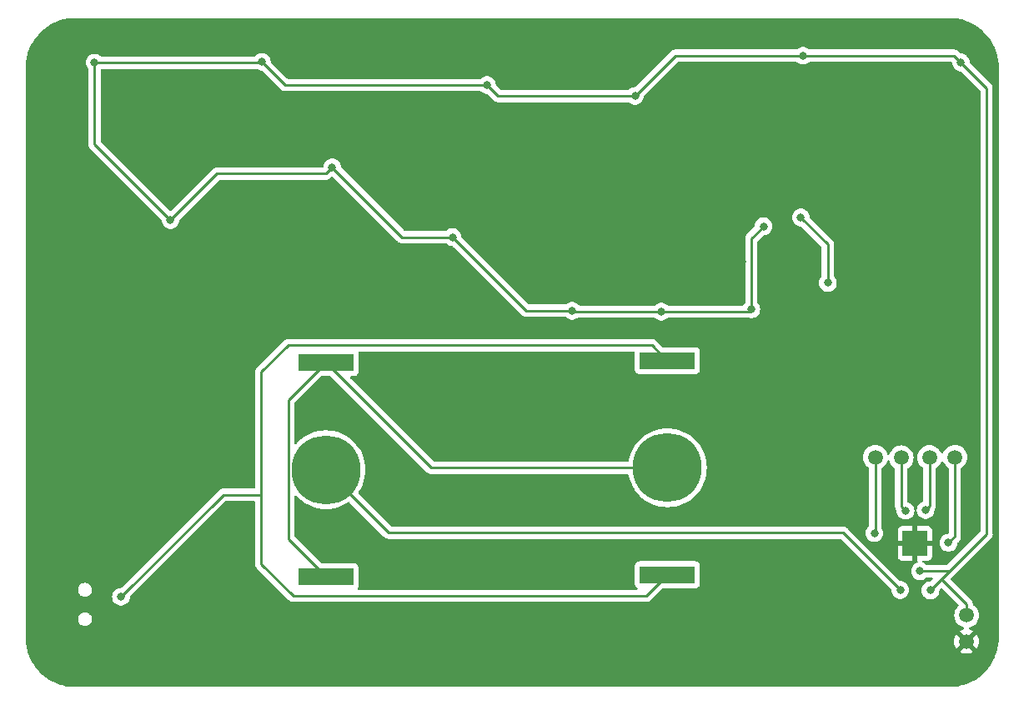
<source format=gbr>
%TF.GenerationSoftware,KiCad,Pcbnew,7.0.6*%
%TF.CreationDate,2023-11-05T20:30:34+01:00*%
%TF.ProjectId,Julkort,4a756c6b-6f72-4742-9e6b-696361645f70,rev?*%
%TF.SameCoordinates,Original*%
%TF.FileFunction,Copper,L2,Bot*%
%TF.FilePolarity,Positive*%
%FSLAX46Y46*%
G04 Gerber Fmt 4.6, Leading zero omitted, Abs format (unit mm)*
G04 Created by KiCad (PCBNEW 7.0.6) date 2023-11-05 20:30:34*
%MOMM*%
%LPD*%
G01*
G04 APERTURE LIST*
%TA.AperFunction,SMDPad,CuDef*%
%ADD10C,7.000000*%
%TD*%
%TA.AperFunction,SMDPad,CuDef*%
%ADD11R,5.600000X1.750000*%
%TD*%
%TA.AperFunction,ComponentPad*%
%ADD12C,0.500000*%
%TD*%
%TA.AperFunction,SMDPad,CuDef*%
%ADD13R,2.500000X2.500000*%
%TD*%
%TA.AperFunction,SMDPad,CuDef*%
%ADD14C,1.500000*%
%TD*%
%TA.AperFunction,ViaPad*%
%ADD15C,0.800000*%
%TD*%
%TA.AperFunction,Conductor*%
%ADD16C,0.250000*%
%TD*%
G04 APERTURE END LIST*
D10*
%TO.P,H2,1,1*%
%TO.N,Net-(H1-Pad2)*%
X138364228Y-116242865D03*
D11*
%TO.P,H2,2,2*%
%TO.N,Net-(J1-COM)*%
X138364228Y-105367865D03*
X138364228Y-127117865D03*
%TD*%
D10*
%TO.P,H1,1,1*%
%TO.N,Net-(U2-IN)*%
X103688766Y-116441816D03*
D11*
%TO.P,H1,2,2*%
%TO.N,Net-(H1-Pad2)*%
X103688766Y-127316816D03*
X103688766Y-105566816D03*
%TD*%
D12*
%TO.P,U1,21,GND*%
%TO.N,GND*%
X162510410Y-122922699D03*
X162510410Y-124922699D03*
D13*
X163510410Y-123922699D03*
D12*
X164510410Y-122922699D03*
X164510410Y-124922699D03*
%TD*%
D14*
%TO.P,TP2,1,1*%
%TO.N,Net-(U1-PA5)*%
X162113832Y-115229697D03*
%TD*%
%TO.P,TP3,1,1*%
%TO.N,Net-(U1-PA6)*%
X164991990Y-115209818D03*
%TD*%
%TO.P,TP1,1,1*%
%TO.N,Net-(U1-PA4)*%
X159481769Y-115179092D03*
%TD*%
%TO.P,GND,1,1*%
%TO.N,GND*%
X168723366Y-133881067D03*
%TD*%
%TO.P,VCC,1,1*%
%TO.N,+6V*%
X168743850Y-131234067D03*
%TD*%
%TO.P,TP4,1,1*%
%TO.N,Net-(U1-~{RESET}{slash}PB3)*%
X167552501Y-115168850D03*
%TD*%
D15*
%TO.N,+6V*%
X164012858Y-126752856D03*
%TO.N,GND*%
X78147613Y-79542743D03*
X93539314Y-77789258D03*
X85318686Y-117297336D03*
X147618605Y-88646650D03*
X116568416Y-80380519D03*
X141916015Y-101422338D03*
X145979235Y-95295862D03*
X164438555Y-77828224D03*
X165776691Y-133929622D03*
X123251142Y-101558720D03*
X111824815Y-94130523D03*
X82823573Y-92421116D03*
X82961223Y-132435756D03*
X98897184Y-85348726D03*
X151949846Y-100681978D03*
X149923597Y-94622713D03*
X133090141Y-101656136D03*
X163536387Y-128637625D03*
X148657191Y-77516494D03*
X133109624Y-83069196D03*
%TO.N,+6V*%
X120036420Y-77360628D03*
X152125194Y-74379704D03*
X80194966Y-75084343D03*
X137746618Y-100389730D03*
X97184287Y-75006410D03*
X154658041Y-97464457D03*
X168159840Y-75061615D03*
X135077424Y-78471169D03*
X128686946Y-100292315D03*
X116548933Y-92810779D03*
X87908679Y-91076777D03*
X148131145Y-91719722D03*
X146884223Y-100155932D03*
X151910880Y-90823496D03*
X165069063Y-128702569D03*
X104334609Y-85722151D03*
%TO.N,Net-(U1-PA4)*%
X159384469Y-122891353D03*
%TO.N,Net-(U1-~{RESET}{slash}PB3)*%
X166907251Y-123864346D03*
%TO.N,Net-(U1-PA6)*%
X164582306Y-120535681D03*
%TO.N,Net-(U2-IN)*%
X162016700Y-128663602D03*
%TO.N,Net-(J1-COM)*%
X82883291Y-129357416D03*
%TO.N,Net-(U1-PA5)*%
X162536251Y-120610560D03*
%TD*%
D16*
%TO.N,Net-(J1-COM)*%
X93261926Y-118978781D02*
X97135580Y-118978781D01*
X82883291Y-129357416D02*
X93261926Y-118978781D01*
X97135580Y-118978781D02*
X97135580Y-106521584D01*
X97135580Y-119294428D02*
X97135580Y-118978781D01*
%TO.N,+6V*%
X166853232Y-126752856D02*
X166936004Y-126835628D01*
X164012858Y-126752856D02*
X166853232Y-126752856D01*
X166936004Y-126835628D02*
X170766655Y-123004977D01*
X166206295Y-127565336D02*
X166936004Y-126835628D01*
%TO.N,Net-(J1-COM)*%
X97135580Y-126007544D02*
X97135580Y-119294428D01*
X97135580Y-106521584D02*
X99869691Y-103787473D01*
X100390474Y-129262438D02*
X97135580Y-126007544D01*
X99869691Y-103787473D02*
X136783836Y-103787473D01*
X136783836Y-103787473D02*
X138364228Y-105367865D01*
X136219655Y-129262438D02*
X100390474Y-129262438D01*
X138364228Y-127117865D02*
X136219655Y-129262438D01*
%TO.N,Net-(H1-Pad2)*%
X99863766Y-109391816D02*
X103688766Y-105566816D01*
X99863766Y-123491816D02*
X99863766Y-109391816D01*
X103688766Y-127316816D02*
X99863766Y-123491816D01*
X114364815Y-116242865D02*
X103688766Y-105566816D01*
X138364228Y-116242865D02*
X114364815Y-116242865D01*
%TO.N,Net-(U2-IN)*%
X110086399Y-122839449D02*
X103688766Y-116441816D01*
X156192547Y-122839449D02*
X110086399Y-122839449D01*
X162016700Y-128663602D02*
X156192547Y-122839449D01*
%TO.N,GND*%
X133323939Y-101422338D02*
X133090141Y-101656136D01*
X123348558Y-101656136D02*
X123251142Y-101558720D01*
X148968921Y-77828224D02*
X148657191Y-77516494D01*
X111858670Y-94096668D02*
X111824815Y-94130523D01*
X165825246Y-133881067D02*
X165776691Y-133929622D01*
%TO.N,+6V*%
X168743850Y-131234067D02*
X168743850Y-130102891D01*
X97184287Y-75006410D02*
X97106354Y-75084343D01*
X120036420Y-77360628D02*
X99538505Y-77360628D01*
X146650425Y-100389730D02*
X146884223Y-100155932D01*
X139168889Y-74379704D02*
X135077424Y-78471169D01*
X116548933Y-92810779D02*
X124030469Y-100292315D01*
X121146961Y-78471169D02*
X120036420Y-77360628D01*
X97106354Y-75084343D02*
X80194966Y-75084343D01*
X165069063Y-128702569D02*
X166206295Y-127565336D01*
X146884223Y-100155932D02*
X146884223Y-92966644D01*
X154658041Y-93570657D02*
X154658041Y-97464457D01*
X146884223Y-92966644D02*
X148131145Y-91719722D01*
X128686946Y-100292315D02*
X128784361Y-100389730D01*
X135077424Y-78471169D02*
X121146961Y-78471169D01*
X151910880Y-90823496D02*
X154658041Y-93570657D01*
X99538505Y-77360628D02*
X97184287Y-75006410D01*
X137746618Y-100389730D02*
X146650425Y-100389730D01*
X103690078Y-86366682D02*
X104334609Y-85722151D01*
X80194966Y-83363064D02*
X87908679Y-91076777D01*
X80194966Y-75084343D02*
X80194966Y-83363064D01*
X170766655Y-123004977D02*
X170766655Y-77668430D01*
X167477929Y-74379704D02*
X152125194Y-74379704D01*
X168159840Y-75061615D02*
X167477929Y-74379704D01*
X111423237Y-92810779D02*
X116548933Y-92810779D01*
X152125194Y-74379704D02*
X139168889Y-74379704D01*
X104334609Y-85722151D02*
X111423237Y-92810779D01*
X168743850Y-130102891D02*
X166206295Y-127565336D01*
X124030469Y-100292315D02*
X128686946Y-100292315D01*
X170766655Y-77668430D02*
X168159840Y-75061615D01*
X128784361Y-100389730D02*
X137746618Y-100389730D01*
X87908679Y-91076777D02*
X92618774Y-86366682D01*
X92618774Y-86366682D02*
X103690078Y-86366682D01*
%TO.N,Net-(U1-PA4)*%
X159481769Y-122794053D02*
X159384469Y-122891353D01*
X159481769Y-115179092D02*
X159481769Y-122794053D01*
%TO.N,Net-(U1-~{RESET}{slash}PB3)*%
X167552501Y-123219096D02*
X166907251Y-123864346D01*
X167552501Y-115168850D02*
X167552501Y-123219096D01*
%TO.N,Net-(U1-PA6)*%
X164991990Y-115209818D02*
X164991990Y-120125997D01*
X164991990Y-120125997D02*
X164582306Y-120535681D01*
%TO.N,Net-(J1-COM)*%
X82914477Y-129388602D02*
X82883291Y-129357416D01*
%TO.N,Net-(U1-PA5)*%
X162113832Y-115229697D02*
X162113832Y-120188141D01*
X162113832Y-120188141D02*
X162536251Y-120610560D01*
%TD*%
%TA.AperFunction,Conductor*%
%TO.N,GND*%
G36*
X167245677Y-70558447D02*
G01*
X167392840Y-70564849D01*
X167423976Y-70566204D01*
X167428946Y-70566621D01*
X167657434Y-70595107D01*
X167845259Y-70619840D01*
X167849850Y-70620621D01*
X168070091Y-70666806D01*
X168260472Y-70709017D01*
X168264674Y-70710107D01*
X168478351Y-70773726D01*
X168666540Y-70833066D01*
X168670388Y-70834422D01*
X168846991Y-70903336D01*
X168877089Y-70915081D01*
X168910509Y-70928924D01*
X169060589Y-70991092D01*
X169064067Y-70992661D01*
X169262875Y-71089856D01*
X169439803Y-71181962D01*
X169442888Y-71183683D01*
X169632691Y-71296785D01*
X169801403Y-71404269D01*
X169804096Y-71406087D01*
X169983808Y-71534403D01*
X170068567Y-71599442D01*
X170142800Y-71656404D01*
X170145113Y-71658269D01*
X170313601Y-71800974D01*
X170462553Y-71937465D01*
X170619689Y-72094604D01*
X170756173Y-72243552D01*
X170898875Y-72412041D01*
X170900739Y-72414353D01*
X171022757Y-72573372D01*
X171151041Y-72753046D01*
X171152873Y-72755760D01*
X171260360Y-72924482D01*
X171373452Y-73114277D01*
X171375186Y-73117386D01*
X171467290Y-73294318D01*
X171564460Y-73493080D01*
X171566040Y-73496585D01*
X171642054Y-73680097D01*
X171663290Y-73734519D01*
X171722690Y-73886749D01*
X171724062Y-73890643D01*
X171783408Y-74078862D01*
X171846999Y-74292459D01*
X171848107Y-74296732D01*
X171890318Y-74487126D01*
X171936486Y-74707306D01*
X171937275Y-74711938D01*
X171962015Y-74899843D01*
X171990490Y-75128279D01*
X171990907Y-75133245D01*
X171997997Y-75295576D01*
X172008527Y-75550114D01*
X172008527Y-133519995D01*
X171998895Y-133752860D01*
X171990966Y-133935112D01*
X171990549Y-133940088D01*
X171962356Y-134166265D01*
X171937324Y-134356397D01*
X171936535Y-134361029D01*
X171890651Y-134579858D01*
X171848140Y-134771607D01*
X171847032Y-134775879D01*
X171783734Y-134988495D01*
X171724078Y-135177700D01*
X171722706Y-135181595D01*
X171642377Y-135387459D01*
X171566028Y-135571776D01*
X171564448Y-135575280D01*
X171467610Y-135773364D01*
X171375150Y-135950975D01*
X171373417Y-135954083D01*
X171260672Y-136143296D01*
X171152808Y-136312605D01*
X171150976Y-136315319D01*
X171023064Y-136494470D01*
X170900635Y-136654020D01*
X170898759Y-136656347D01*
X170756481Y-136824334D01*
X170619527Y-136973791D01*
X170462842Y-137130474D01*
X170313388Y-137267422D01*
X170145391Y-137409704D01*
X170143064Y-137411581D01*
X169983526Y-137533997D01*
X169804364Y-137661912D01*
X169801650Y-137663744D01*
X169632328Y-137771614D01*
X169443147Y-137884338D01*
X169440038Y-137886072D01*
X169262396Y-137978545D01*
X169064326Y-138075372D01*
X169060821Y-138076953D01*
X168876460Y-138153316D01*
X168670633Y-138233627D01*
X168666738Y-138234999D01*
X168477503Y-138294663D01*
X168264917Y-138357950D01*
X168260644Y-138359058D01*
X168068905Y-138401563D01*
X167850061Y-138447446D01*
X167845429Y-138448236D01*
X167655296Y-138473265D01*
X167429085Y-138501458D01*
X167424119Y-138501875D01*
X167255384Y-138509241D01*
X167230836Y-138510256D01*
X167009027Y-138519427D01*
X167007408Y-138519494D01*
X78202279Y-138519494D01*
X77978963Y-138510256D01*
X77786691Y-138501873D01*
X77781721Y-138501455D01*
X77561721Y-138474032D01*
X77365365Y-138448180D01*
X77360732Y-138447391D01*
X77145765Y-138402316D01*
X76950135Y-138358945D01*
X76945862Y-138357837D01*
X76736138Y-138295399D01*
X76544009Y-138234820D01*
X76540114Y-138233448D01*
X76336614Y-138154040D01*
X76149918Y-138076707D01*
X76146423Y-138075131D01*
X76025943Y-138016232D01*
X75950327Y-137979265D01*
X75770678Y-137885745D01*
X75767569Y-137884011D01*
X75580124Y-137772317D01*
X75409053Y-137663333D01*
X75406338Y-137661500D01*
X75228717Y-137534680D01*
X75067608Y-137411055D01*
X75065280Y-137409178D01*
X74898699Y-137268090D01*
X74813026Y-137189584D01*
X74747831Y-137129844D01*
X74592440Y-136974452D01*
X74454179Y-136823566D01*
X74313097Y-136656990D01*
X74311230Y-136654675D01*
X74187590Y-136493544D01*
X74060757Y-136315901D01*
X74058972Y-136313256D01*
X73949977Y-136142167D01*
X73838269Y-135954697D01*
X73836540Y-135951597D01*
X73836216Y-135950975D01*
X73743016Y-135771936D01*
X73647162Y-135575863D01*
X73645582Y-135572359D01*
X73568994Y-135387459D01*
X73568241Y-135385642D01*
X73488839Y-135182151D01*
X73487474Y-135178276D01*
X73426894Y-134986141D01*
X73408451Y-134924191D01*
X168033792Y-134924191D01*
X168095977Y-134967733D01*
X168095979Y-134967734D01*
X168294206Y-135060168D01*
X168294215Y-135060172D01*
X168505471Y-135116777D01*
X168505481Y-135116779D01*
X168723365Y-135135842D01*
X168723367Y-135135842D01*
X168941250Y-135116779D01*
X168941260Y-135116777D01*
X169152516Y-135060172D01*
X169152525Y-135060168D01*
X169350753Y-134967733D01*
X169412938Y-134924191D01*
X168723367Y-134234620D01*
X168723366Y-134234620D01*
X168033792Y-134924191D01*
X73408451Y-134924191D01*
X73364449Y-134776392D01*
X73363348Y-134772144D01*
X73319970Y-134576475D01*
X73305708Y-134508458D01*
X73274898Y-134361518D01*
X73274121Y-134356960D01*
X73248273Y-134160626D01*
X73220839Y-133940536D01*
X73220423Y-133935577D01*
X73218043Y-133881067D01*
X167468591Y-133881067D01*
X167487653Y-134098951D01*
X167487655Y-134098961D01*
X167544260Y-134310217D01*
X167544264Y-134310226D01*
X167636701Y-134508458D01*
X167680239Y-134570638D01*
X167680241Y-134570639D01*
X168369813Y-133881067D01*
X168369813Y-133881066D01*
X169076919Y-133881066D01*
X169766490Y-134570639D01*
X169810032Y-134508454D01*
X169902467Y-134310226D01*
X169902471Y-134310217D01*
X169959076Y-134098961D01*
X169959078Y-134098951D01*
X169978140Y-133881067D01*
X169978140Y-133881066D01*
X169959078Y-133663182D01*
X169959076Y-133663172D01*
X169902471Y-133451916D01*
X169902467Y-133451907D01*
X169810034Y-133253682D01*
X169766489Y-133191494D01*
X169076919Y-133881065D01*
X169076919Y-133881066D01*
X168369813Y-133881066D01*
X167680241Y-133191494D01*
X167680241Y-133191495D01*
X167636699Y-133253679D01*
X167636698Y-133253681D01*
X167544264Y-133451907D01*
X167544260Y-133451916D01*
X167487655Y-133663172D01*
X167487653Y-133663182D01*
X167468591Y-133881066D01*
X167468591Y-133881067D01*
X73218043Y-133881067D01*
X73218043Y-133881065D01*
X73212283Y-133749145D01*
X73202806Y-133519994D01*
X73202779Y-133519332D01*
X73202779Y-131724372D01*
X78524144Y-131724372D01*
X78564854Y-131889543D01*
X78643907Y-132040166D01*
X78644600Y-132040948D01*
X78756715Y-132167500D01*
X78797512Y-132195660D01*
X78896712Y-132264134D01*
X78896713Y-132264134D01*
X78896714Y-132264135D01*
X79055772Y-132324457D01*
X79131672Y-132333673D01*
X79182270Y-132339817D01*
X79182272Y-132339817D01*
X79267018Y-132339817D01*
X79309182Y-132334697D01*
X79393516Y-132324457D01*
X79552574Y-132264135D01*
X79692573Y-132167500D01*
X79805378Y-132040169D01*
X79884434Y-131889542D01*
X79925144Y-131724373D01*
X79925144Y-131554261D01*
X79884434Y-131389092D01*
X79884433Y-131389090D01*
X79805380Y-131238467D01*
X79786204Y-131216822D01*
X79692573Y-131111134D01*
X79642821Y-131076792D01*
X79552575Y-131014499D01*
X79393518Y-130954177D01*
X79393512Y-130954176D01*
X79267018Y-130938817D01*
X79267016Y-130938817D01*
X79182272Y-130938817D01*
X79182270Y-130938817D01*
X79055775Y-130954176D01*
X79055769Y-130954177D01*
X78896712Y-131014499D01*
X78756716Y-131111133D01*
X78643907Y-131238467D01*
X78564854Y-131389090D01*
X78524144Y-131554261D01*
X78524144Y-131724372D01*
X73202779Y-131724372D01*
X73202779Y-129357416D01*
X81977831Y-129357416D01*
X81997617Y-129545672D01*
X81997618Y-129545675D01*
X82056109Y-129725693D01*
X82056112Y-129725700D01*
X82150758Y-129889632D01*
X82277420Y-130030304D01*
X82430556Y-130141564D01*
X82430561Y-130141567D01*
X82603483Y-130218558D01*
X82603488Y-130218560D01*
X82788645Y-130257916D01*
X82788646Y-130257916D01*
X82977935Y-130257916D01*
X82977937Y-130257916D01*
X83163094Y-130218560D01*
X83336021Y-130141567D01*
X83489162Y-130030304D01*
X83615824Y-129889632D01*
X83710470Y-129725700D01*
X83768965Y-129545672D01*
X83786612Y-129377761D01*
X83813196Y-129313148D01*
X83822243Y-129303052D01*
X93484697Y-119640600D01*
X93546021Y-119607115D01*
X93572379Y-119604281D01*
X96386080Y-119604281D01*
X96453119Y-119623966D01*
X96498874Y-119676770D01*
X96510080Y-119728281D01*
X96510080Y-125924799D01*
X96508355Y-125940416D01*
X96508641Y-125940443D01*
X96507906Y-125948209D01*
X96510080Y-126017358D01*
X96510080Y-126046887D01*
X96510081Y-126046904D01*
X96510948Y-126053775D01*
X96511406Y-126059594D01*
X96512870Y-126106168D01*
X96512871Y-126106171D01*
X96518460Y-126125411D01*
X96522404Y-126144455D01*
X96524916Y-126164336D01*
X96538830Y-126199480D01*
X96542070Y-126207663D01*
X96543962Y-126213191D01*
X96556961Y-126257932D01*
X96567160Y-126275178D01*
X96575718Y-126292647D01*
X96583094Y-126311276D01*
X96610478Y-126348967D01*
X96613686Y-126353851D01*
X96637407Y-126393960D01*
X96637413Y-126393968D01*
X96651570Y-126408124D01*
X96664208Y-126422920D01*
X96675985Y-126439130D01*
X96675986Y-126439131D01*
X96711889Y-126468832D01*
X96716200Y-126472754D01*
X99132987Y-128889542D01*
X99889671Y-129646226D01*
X99899496Y-129658489D01*
X99899717Y-129658307D01*
X99904688Y-129664316D01*
X99925517Y-129683875D01*
X99955109Y-129711664D01*
X99976003Y-129732558D01*
X99981485Y-129736811D01*
X99985917Y-129740595D01*
X100019892Y-129772500D01*
X100037450Y-129782152D01*
X100053709Y-129792833D01*
X100069538Y-129805111D01*
X100112312Y-129823620D01*
X100117530Y-129826176D01*
X100158382Y-129848635D01*
X100177790Y-129853618D01*
X100196191Y-129859918D01*
X100214578Y-129867875D01*
X100257962Y-129874746D01*
X100260593Y-129875163D01*
X100266313Y-129876347D01*
X100311455Y-129887938D01*
X100331490Y-129887938D01*
X100350888Y-129889464D01*
X100370668Y-129892597D01*
X100370669Y-129892598D01*
X100370669Y-129892597D01*
X100370670Y-129892598D01*
X100417057Y-129888213D01*
X100422896Y-129887938D01*
X136136912Y-129887938D01*
X136152532Y-129889662D01*
X136152559Y-129889377D01*
X136160315Y-129890109D01*
X136160322Y-129890111D01*
X136229469Y-129887938D01*
X136259005Y-129887938D01*
X136265883Y-129887068D01*
X136271696Y-129886610D01*
X136318282Y-129885147D01*
X136337524Y-129879555D01*
X136356567Y-129875612D01*
X136376447Y-129873102D01*
X136419777Y-129855945D01*
X136425301Y-129854055D01*
X136430664Y-129852497D01*
X136470045Y-129841056D01*
X136487284Y-129830860D01*
X136504758Y-129822300D01*
X136523382Y-129814926D01*
X136523382Y-129814925D01*
X136523387Y-129814924D01*
X136561104Y-129787520D01*
X136565960Y-129784330D01*
X136606075Y-129760608D01*
X136620244Y-129746437D01*
X136635034Y-129733806D01*
X136651242Y-129722032D01*
X136680954Y-129686114D01*
X136684867Y-129681814D01*
X137836999Y-128529683D01*
X137898322Y-128496198D01*
X137924680Y-128493364D01*
X141212099Y-128493364D01*
X141212100Y-128493364D01*
X141271711Y-128486956D01*
X141406559Y-128436661D01*
X141521774Y-128350411D01*
X141608024Y-128235196D01*
X141658319Y-128100348D01*
X141664728Y-128040738D01*
X141664727Y-126194993D01*
X141658319Y-126135382D01*
X141658093Y-126134777D01*
X141608025Y-126000536D01*
X141608021Y-126000529D01*
X141521775Y-125885320D01*
X141521772Y-125885317D01*
X141406563Y-125799071D01*
X141406556Y-125799067D01*
X141271710Y-125748773D01*
X141271711Y-125748773D01*
X141212111Y-125742366D01*
X141212109Y-125742365D01*
X141212101Y-125742365D01*
X141212092Y-125742365D01*
X135516357Y-125742365D01*
X135516351Y-125742366D01*
X135456744Y-125748773D01*
X135321899Y-125799067D01*
X135321892Y-125799071D01*
X135206683Y-125885317D01*
X135206680Y-125885320D01*
X135120434Y-126000529D01*
X135120430Y-126000536D01*
X135070136Y-126135382D01*
X135063729Y-126194981D01*
X135063729Y-126194988D01*
X135063728Y-126195000D01*
X135063728Y-128040735D01*
X135063729Y-128040741D01*
X135070136Y-128100348D01*
X135120430Y-128235193D01*
X135120434Y-128235200D01*
X135189586Y-128327574D01*
X135206682Y-128350411D01*
X135291187Y-128413672D01*
X135333058Y-128469605D01*
X135338042Y-128539297D01*
X135304557Y-128600620D01*
X135243233Y-128634104D01*
X135216876Y-128636938D01*
X107028475Y-128636938D01*
X106961436Y-128617253D01*
X106915681Y-128564449D01*
X106905737Y-128495291D01*
X106929209Y-128438626D01*
X106930682Y-128436658D01*
X106932562Y-128434147D01*
X106982857Y-128299299D01*
X106989266Y-128239689D01*
X106989265Y-126393944D01*
X106982857Y-126334333D01*
X106974257Y-126311276D01*
X106932563Y-126199487D01*
X106932559Y-126199480D01*
X106846313Y-126084271D01*
X106846310Y-126084268D01*
X106731101Y-125998022D01*
X106731094Y-125998018D01*
X106596248Y-125947724D01*
X106596249Y-125947724D01*
X106536649Y-125941317D01*
X106536647Y-125941316D01*
X106536639Y-125941316D01*
X106536631Y-125941316D01*
X103249218Y-125941316D01*
X103182179Y-125921631D01*
X103161537Y-125904997D01*
X100525585Y-123269044D01*
X100492100Y-123207721D01*
X100489266Y-123181363D01*
X100489266Y-119190204D01*
X100508951Y-119123165D01*
X100561755Y-119077410D01*
X100630913Y-119067466D01*
X100694469Y-119096491D01*
X100705144Y-119106931D01*
X100856573Y-119274008D01*
X101147809Y-119537969D01*
X101147815Y-119537974D01*
X101463527Y-119772122D01*
X101554103Y-119826411D01*
X101800665Y-119974195D01*
X101800668Y-119974196D01*
X101800669Y-119974197D01*
X102155994Y-120142254D01*
X102526082Y-120274673D01*
X102907366Y-120370180D01*
X103296175Y-120427854D01*
X103688766Y-120447141D01*
X104081357Y-120427854D01*
X104470166Y-120370180D01*
X104851450Y-120274673D01*
X105221538Y-120142254D01*
X105576863Y-119974197D01*
X105914005Y-119772122D01*
X105954681Y-119741954D01*
X106020252Y-119717829D01*
X106088458Y-119732984D01*
X106116229Y-119753870D01*
X109585596Y-123223237D01*
X109595421Y-123235500D01*
X109595642Y-123235318D01*
X109600613Y-123241327D01*
X109620112Y-123259637D01*
X109651034Y-123288675D01*
X109671928Y-123309569D01*
X109677410Y-123313822D01*
X109681842Y-123317606D01*
X109715817Y-123349511D01*
X109733375Y-123359163D01*
X109749634Y-123369844D01*
X109765463Y-123382122D01*
X109808237Y-123400631D01*
X109813455Y-123403187D01*
X109854307Y-123425646D01*
X109873715Y-123430629D01*
X109892116Y-123436929D01*
X109910503Y-123444886D01*
X109950293Y-123451188D01*
X109956518Y-123452174D01*
X109962238Y-123453358D01*
X110007380Y-123464949D01*
X110027415Y-123464949D01*
X110046813Y-123466475D01*
X110066593Y-123469608D01*
X110066594Y-123469609D01*
X110066594Y-123469608D01*
X110066595Y-123469609D01*
X110112982Y-123465224D01*
X110118821Y-123464949D01*
X155882095Y-123464949D01*
X155949134Y-123484634D01*
X155969776Y-123501268D01*
X161077738Y-128609231D01*
X161111223Y-128670554D01*
X161113378Y-128683950D01*
X161113439Y-128684527D01*
X161131026Y-128851858D01*
X161131027Y-128851861D01*
X161189518Y-129031879D01*
X161189521Y-129031886D01*
X161284167Y-129195818D01*
X161345680Y-129264135D01*
X161410829Y-129336490D01*
X161563965Y-129447750D01*
X161563970Y-129447753D01*
X161736892Y-129524744D01*
X161736897Y-129524746D01*
X161922054Y-129564102D01*
X161922055Y-129564102D01*
X162111344Y-129564102D01*
X162111346Y-129564102D01*
X162296503Y-129524746D01*
X162469430Y-129447753D01*
X162622571Y-129336490D01*
X162749233Y-129195818D01*
X162843879Y-129031886D01*
X162902374Y-128851858D01*
X162922160Y-128663602D01*
X162902374Y-128475346D01*
X162843879Y-128295318D01*
X162749233Y-128131386D01*
X162622571Y-127990714D01*
X162622570Y-127990713D01*
X162469434Y-127879453D01*
X162469429Y-127879450D01*
X162296507Y-127802459D01*
X162296502Y-127802457D01*
X162150700Y-127771467D01*
X162111346Y-127763102D01*
X162111345Y-127763102D01*
X162052153Y-127763102D01*
X161985114Y-127743417D01*
X161964472Y-127726783D01*
X159160388Y-124922699D01*
X161755664Y-124922699D01*
X161760020Y-124961355D01*
X161760410Y-124968303D01*
X161760410Y-125220543D01*
X161766811Y-125280071D01*
X161766813Y-125280078D01*
X161817055Y-125414785D01*
X161817059Y-125414792D01*
X161903219Y-125529886D01*
X161903222Y-125529889D01*
X162018316Y-125616049D01*
X162018323Y-125616053D01*
X162153030Y-125666295D01*
X162153037Y-125666297D01*
X162212565Y-125672698D01*
X162212582Y-125672699D01*
X162464805Y-125672699D01*
X162471753Y-125673089D01*
X162510408Y-125677445D01*
X162510412Y-125677445D01*
X162549067Y-125673089D01*
X162556015Y-125672699D01*
X163260410Y-125672699D01*
X163260410Y-124172699D01*
X161760410Y-124172699D01*
X161760410Y-124877094D01*
X161760020Y-124884042D01*
X161755664Y-124922698D01*
X161755664Y-124922699D01*
X159160388Y-124922699D01*
X156693350Y-122455661D01*
X156683527Y-122443399D01*
X156683306Y-122443583D01*
X156678333Y-122437572D01*
X156670914Y-122430605D01*
X156627911Y-122390222D01*
X156617466Y-122379777D01*
X156607022Y-122369332D01*
X156601533Y-122365074D01*
X156597108Y-122361296D01*
X156563129Y-122329387D01*
X156563127Y-122329385D01*
X156563124Y-122329384D01*
X156545576Y-122319737D01*
X156529310Y-122309053D01*
X156513480Y-122296774D01*
X156470715Y-122278267D01*
X156465469Y-122275697D01*
X156424640Y-122253252D01*
X156424639Y-122253251D01*
X156405240Y-122248271D01*
X156386828Y-122241967D01*
X156368445Y-122234011D01*
X156368439Y-122234009D01*
X156322421Y-122226721D01*
X156316699Y-122225536D01*
X156271568Y-122213949D01*
X156271566Y-122213949D01*
X156251531Y-122213949D01*
X156232133Y-122212422D01*
X156224709Y-122211246D01*
X156212352Y-122209289D01*
X156212351Y-122209289D01*
X156165963Y-122213674D01*
X156160125Y-122213949D01*
X110396852Y-122213949D01*
X110329813Y-122194264D01*
X110309171Y-122177630D01*
X107000820Y-118869279D01*
X106967335Y-118807956D01*
X106972319Y-118738264D01*
X106988902Y-118707733D01*
X107019072Y-118667055D01*
X107221147Y-118329913D01*
X107389204Y-117974588D01*
X107521623Y-117604500D01*
X107617130Y-117223216D01*
X107674804Y-116834407D01*
X107694091Y-116441816D01*
X107674804Y-116049225D01*
X107617130Y-115660416D01*
X107521623Y-115279132D01*
X107389204Y-114909044D01*
X107221147Y-114553719D01*
X107219789Y-114551454D01*
X107019622Y-114217495D01*
X107019072Y-114216577D01*
X106784924Y-113900865D01*
X106784919Y-113900859D01*
X106520958Y-113609623D01*
X106229722Y-113345662D01*
X105961462Y-113146707D01*
X105914005Y-113111510D01*
X105914002Y-113111508D01*
X105576866Y-112909436D01*
X105221538Y-112741378D01*
X105221536Y-112741377D01*
X104851450Y-112608959D01*
X104470172Y-112513453D01*
X104470167Y-112513452D01*
X104470166Y-112513452D01*
X104326022Y-112492070D01*
X104081365Y-112455779D01*
X104081363Y-112455778D01*
X104081357Y-112455778D01*
X103688766Y-112436491D01*
X103688765Y-112436491D01*
X103656989Y-112438052D01*
X103296175Y-112455778D01*
X103296169Y-112455778D01*
X103296166Y-112455779D01*
X102907359Y-112513453D01*
X102526081Y-112608959D01*
X102155995Y-112741377D01*
X102155993Y-112741378D01*
X101800665Y-112909436D01*
X101463529Y-113111508D01*
X101147809Y-113345662D01*
X100856573Y-113609623D01*
X100705144Y-113776700D01*
X100645538Y-113813154D01*
X100575685Y-113811595D01*
X100517765Y-113772519D01*
X100490165Y-113708331D01*
X100489266Y-113693427D01*
X100489266Y-109702268D01*
X100508951Y-109635229D01*
X100525585Y-109614587D01*
X103161538Y-106978634D01*
X103222861Y-106945149D01*
X103249219Y-106942315D01*
X104128313Y-106942315D01*
X104195352Y-106962000D01*
X104215994Y-106978634D01*
X113864012Y-116626653D01*
X113873837Y-116638916D01*
X113874058Y-116638734D01*
X113879029Y-116644743D01*
X113905032Y-116669160D01*
X113929450Y-116692091D01*
X113950344Y-116712985D01*
X113955826Y-116717238D01*
X113960258Y-116721022D01*
X113994233Y-116752927D01*
X114011791Y-116762579D01*
X114028050Y-116773260D01*
X114043879Y-116785538D01*
X114086653Y-116804047D01*
X114091871Y-116806603D01*
X114132723Y-116829062D01*
X114152131Y-116834045D01*
X114170532Y-116840345D01*
X114188919Y-116848302D01*
X114232303Y-116855173D01*
X114234934Y-116855590D01*
X114240654Y-116856774D01*
X114285796Y-116868365D01*
X114305831Y-116868365D01*
X114325229Y-116869891D01*
X114345009Y-116873024D01*
X114345010Y-116873025D01*
X114345010Y-116873024D01*
X114345011Y-116873025D01*
X114391398Y-116868640D01*
X114397237Y-116868365D01*
X134305776Y-116868365D01*
X134372815Y-116888050D01*
X134418570Y-116940854D01*
X134428432Y-116974167D01*
X134435864Y-117024265D01*
X134435865Y-117024271D01*
X134531371Y-117405549D01*
X134663789Y-117775635D01*
X134663790Y-117775637D01*
X134831848Y-118130965D01*
X135027202Y-118456893D01*
X135033922Y-118468104D01*
X135234286Y-118738264D01*
X135268074Y-118783821D01*
X135532035Y-119075057D01*
X135730658Y-119255078D01*
X135823277Y-119339023D01*
X136138989Y-119573171D01*
X136138991Y-119573172D01*
X136476127Y-119775244D01*
X136476130Y-119775245D01*
X136476131Y-119775246D01*
X136831456Y-119943303D01*
X137201544Y-120075722D01*
X137582828Y-120171229D01*
X137971637Y-120228903D01*
X138364228Y-120248190D01*
X138756819Y-120228903D01*
X139145628Y-120171229D01*
X139526912Y-120075722D01*
X139897000Y-119943303D01*
X140252325Y-119775246D01*
X140589467Y-119573171D01*
X140905179Y-119339023D01*
X141196420Y-119075057D01*
X141460386Y-118783816D01*
X141694534Y-118468104D01*
X141896609Y-118130962D01*
X142064666Y-117775637D01*
X142197085Y-117405549D01*
X142292592Y-117024265D01*
X142350266Y-116635456D01*
X142369553Y-116242865D01*
X142350266Y-115850274D01*
X142292592Y-115461465D01*
X142221862Y-115179094D01*
X158226492Y-115179094D01*
X158245562Y-115397067D01*
X158245562Y-115397071D01*
X158302191Y-115608414D01*
X158302193Y-115608418D01*
X158302194Y-115608422D01*
X158325792Y-115659028D01*
X158394666Y-115806730D01*
X158394667Y-115806731D01*
X158520171Y-115985969D01*
X158674892Y-116140690D01*
X158803393Y-116230667D01*
X158847017Y-116285243D01*
X158856269Y-116332241D01*
X158856269Y-122098852D01*
X158836584Y-122165891D01*
X158805156Y-122199169D01*
X158778597Y-122218465D01*
X158778592Y-122218469D01*
X158651935Y-122359138D01*
X158557290Y-122523068D01*
X158557287Y-122523075D01*
X158498796Y-122703093D01*
X158498795Y-122703097D01*
X158479009Y-122891353D01*
X158498795Y-123079609D01*
X158498796Y-123079612D01*
X158557287Y-123259630D01*
X158557290Y-123259637D01*
X158651936Y-123423569D01*
X158721897Y-123501268D01*
X158778598Y-123564241D01*
X158931734Y-123675501D01*
X158931739Y-123675504D01*
X159104661Y-123752495D01*
X159104666Y-123752497D01*
X159289823Y-123791853D01*
X159289824Y-123791853D01*
X159479113Y-123791853D01*
X159479115Y-123791853D01*
X159664272Y-123752497D01*
X159837199Y-123675504D01*
X159990340Y-123564241D01*
X160117002Y-123423569D01*
X160211648Y-123259637D01*
X160270143Y-123079609D01*
X160286634Y-122922699D01*
X161755664Y-122922699D01*
X161760020Y-122961355D01*
X161760410Y-122968303D01*
X161760410Y-123672699D01*
X163260410Y-123672699D01*
X163760410Y-123672699D01*
X165260410Y-123672699D01*
X165260410Y-122968303D01*
X165260800Y-122961355D01*
X165265156Y-122922699D01*
X165265156Y-122922698D01*
X165260800Y-122884042D01*
X165260410Y-122877094D01*
X165260410Y-122624871D01*
X165260409Y-122624854D01*
X165254008Y-122565326D01*
X165254006Y-122565319D01*
X165203764Y-122430612D01*
X165203760Y-122430605D01*
X165117600Y-122315511D01*
X165117597Y-122315508D01*
X165002503Y-122229348D01*
X165002496Y-122229344D01*
X164867789Y-122179102D01*
X164867782Y-122179100D01*
X164808254Y-122172699D01*
X164556015Y-122172699D01*
X164549067Y-122172309D01*
X164510412Y-122167953D01*
X164510408Y-122167953D01*
X164471753Y-122172309D01*
X164464805Y-122172699D01*
X163760410Y-122172699D01*
X163760410Y-123672699D01*
X163260410Y-123672699D01*
X163260410Y-122172699D01*
X162556015Y-122172699D01*
X162549067Y-122172309D01*
X162510412Y-122167953D01*
X162510408Y-122167953D01*
X162471753Y-122172309D01*
X162464805Y-122172699D01*
X162212565Y-122172699D01*
X162153037Y-122179100D01*
X162153030Y-122179102D01*
X162018323Y-122229344D01*
X162018316Y-122229348D01*
X161903222Y-122315508D01*
X161903219Y-122315511D01*
X161817059Y-122430605D01*
X161817055Y-122430612D01*
X161766813Y-122565319D01*
X161766811Y-122565326D01*
X161760410Y-122624854D01*
X161760410Y-122877094D01*
X161760020Y-122884042D01*
X161755664Y-122922698D01*
X161755664Y-122922699D01*
X160286634Y-122922699D01*
X160289929Y-122891353D01*
X160270143Y-122703097D01*
X160211648Y-122523069D01*
X160123882Y-122371053D01*
X160107269Y-122309053D01*
X160107269Y-116332241D01*
X160126954Y-116265202D01*
X160160143Y-116230668D01*
X160288646Y-116140690D01*
X160443367Y-115985969D01*
X160568871Y-115806731D01*
X160661344Y-115608422D01*
X160661346Y-115608412D01*
X160661348Y-115608409D01*
X160671245Y-115571471D01*
X160707608Y-115511810D01*
X160770455Y-115481279D01*
X160839830Y-115489573D01*
X160893709Y-115534057D01*
X160910795Y-115571468D01*
X160934255Y-115659021D01*
X160934257Y-115659027D01*
X160934905Y-115660416D01*
X161026729Y-115857335D01*
X161026730Y-115857336D01*
X161152234Y-116036574D01*
X161306955Y-116191295D01*
X161435456Y-116281272D01*
X161479080Y-116335848D01*
X161488332Y-116382846D01*
X161488332Y-120105396D01*
X161486607Y-120121013D01*
X161486893Y-120121040D01*
X161486158Y-120128806D01*
X161488332Y-120197955D01*
X161488332Y-120227484D01*
X161488333Y-120227501D01*
X161489200Y-120234372D01*
X161489658Y-120240191D01*
X161491122Y-120286765D01*
X161491123Y-120286768D01*
X161496712Y-120306008D01*
X161500656Y-120325052D01*
X161503168Y-120344933D01*
X161508379Y-120358095D01*
X161520322Y-120388260D01*
X161522214Y-120393788D01*
X161535213Y-120438529D01*
X161545412Y-120455775D01*
X161553970Y-120473244D01*
X161561346Y-120491873D01*
X161588730Y-120529565D01*
X161591938Y-120534448D01*
X161615696Y-120574619D01*
X161632285Y-120624779D01*
X161650577Y-120798816D01*
X161650578Y-120798819D01*
X161709069Y-120978837D01*
X161709072Y-120978844D01*
X161803718Y-121142776D01*
X161930379Y-121283447D01*
X161930380Y-121283448D01*
X162083516Y-121394708D01*
X162083521Y-121394711D01*
X162256443Y-121471702D01*
X162256448Y-121471704D01*
X162441605Y-121511060D01*
X162441606Y-121511060D01*
X162630895Y-121511060D01*
X162630897Y-121511060D01*
X162816054Y-121471704D01*
X162988981Y-121394711D01*
X163142122Y-121283448D01*
X163268784Y-121142776D01*
X163363430Y-120978844D01*
X163421925Y-120798816D01*
X163439893Y-120627854D01*
X163459629Y-120579884D01*
X163452816Y-120566354D01*
X163658926Y-120566354D01*
X163685190Y-120618512D01*
X163686533Y-120627852D01*
X163696632Y-120723937D01*
X163696633Y-120723940D01*
X163755124Y-120903958D01*
X163755127Y-120903965D01*
X163849773Y-121067897D01*
X163917193Y-121142774D01*
X163976435Y-121208569D01*
X164129571Y-121319829D01*
X164129576Y-121319832D01*
X164302498Y-121396823D01*
X164302503Y-121396825D01*
X164487660Y-121436181D01*
X164487661Y-121436181D01*
X164676950Y-121436181D01*
X164676952Y-121436181D01*
X164862109Y-121396825D01*
X165035036Y-121319832D01*
X165188177Y-121208569D01*
X165314839Y-121067897D01*
X165409485Y-120903965D01*
X165467980Y-120723937D01*
X165486857Y-120544325D01*
X165501515Y-120497553D01*
X165502048Y-120496582D01*
X165502052Y-120496579D01*
X165511708Y-120479014D01*
X165522379Y-120462769D01*
X165534664Y-120446933D01*
X165553176Y-120404149D01*
X165555732Y-120398932D01*
X165578187Y-120358089D01*
X165583170Y-120338677D01*
X165589467Y-120320288D01*
X165597428Y-120301892D01*
X165604719Y-120255850D01*
X165605898Y-120250159D01*
X165617490Y-120205016D01*
X165617490Y-120184980D01*
X165619017Y-120165579D01*
X165622150Y-120145801D01*
X165617765Y-120099412D01*
X165617490Y-120093574D01*
X165617490Y-116362967D01*
X165637175Y-116295928D01*
X165670364Y-116261394D01*
X165798867Y-116171416D01*
X165953588Y-116016695D01*
X166079092Y-115837457D01*
X166169415Y-115643757D01*
X166215587Y-115591318D01*
X166282780Y-115572166D01*
X166349662Y-115592382D01*
X166394179Y-115643757D01*
X166465398Y-115796488D01*
X166490499Y-115832336D01*
X166590903Y-115975727D01*
X166745624Y-116130448D01*
X166874125Y-116220425D01*
X166917749Y-116275001D01*
X166927001Y-116321999D01*
X166927001Y-122840172D01*
X166907316Y-122907211D01*
X166854512Y-122952966D01*
X166815973Y-122963492D01*
X166812604Y-122963846D01*
X166627448Y-123003201D01*
X166627443Y-123003203D01*
X166454521Y-123080194D01*
X166454516Y-123080197D01*
X166301380Y-123191457D01*
X166174717Y-123332131D01*
X166080072Y-123496061D01*
X166080069Y-123496068D01*
X166021768Y-123675501D01*
X166021577Y-123676090D01*
X166001791Y-123864346D01*
X166021577Y-124052602D01*
X166021578Y-124052605D01*
X166080069Y-124232623D01*
X166080072Y-124232630D01*
X166174718Y-124396562D01*
X166301379Y-124537234D01*
X166301380Y-124537234D01*
X166454516Y-124648494D01*
X166454521Y-124648497D01*
X166627443Y-124725488D01*
X166627448Y-124725490D01*
X166812605Y-124764846D01*
X166812606Y-124764846D01*
X167001895Y-124764846D01*
X167001897Y-124764846D01*
X167187054Y-124725490D01*
X167359981Y-124648497D01*
X167513122Y-124537234D01*
X167639784Y-124396562D01*
X167734430Y-124232630D01*
X167792925Y-124052602D01*
X167810572Y-123884690D01*
X167837155Y-123820080D01*
X167846202Y-123809984D01*
X167936289Y-123719897D01*
X167948543Y-123710082D01*
X167948360Y-123709860D01*
X167954367Y-123704888D01*
X167954378Y-123704882D01*
X167985276Y-123671978D01*
X168001728Y-123654460D01*
X168012172Y-123644014D01*
X168022621Y-123633567D01*
X168026880Y-123628074D01*
X168030653Y-123623657D01*
X168062563Y-123589678D01*
X168072214Y-123572120D01*
X168082897Y-123555857D01*
X168095174Y-123540032D01*
X168113686Y-123497249D01*
X168116239Y-123492037D01*
X168138698Y-123451188D01*
X168143681Y-123431776D01*
X168149982Y-123413376D01*
X168157938Y-123394992D01*
X168165230Y-123348948D01*
X168166407Y-123343267D01*
X168178001Y-123298115D01*
X168178001Y-123278078D01*
X168179528Y-123258678D01*
X168182661Y-123238900D01*
X168178276Y-123192511D01*
X168178001Y-123186673D01*
X168178001Y-116321999D01*
X168197686Y-116254960D01*
X168230875Y-116220426D01*
X168359378Y-116130448D01*
X168514099Y-115975727D01*
X168639603Y-115796489D01*
X168732076Y-115598180D01*
X168788708Y-115386827D01*
X168807778Y-115168850D01*
X168788708Y-114950873D01*
X168748382Y-114800374D01*
X168732078Y-114739527D01*
X168732077Y-114739526D01*
X168732076Y-114739520D01*
X168639603Y-114541212D01*
X168639601Y-114541209D01*
X168639600Y-114541207D01*
X168514100Y-114361974D01*
X168506890Y-114354764D01*
X168359378Y-114207252D01*
X168180140Y-114081748D01*
X168180141Y-114081748D01*
X168180139Y-114081747D01*
X168042634Y-114017628D01*
X167981831Y-113989275D01*
X167981827Y-113989274D01*
X167981823Y-113989272D01*
X167770478Y-113932643D01*
X167552503Y-113913573D01*
X167552499Y-113913573D01*
X167435431Y-113923815D01*
X167334524Y-113932643D01*
X167334521Y-113932643D01*
X167123178Y-113989272D01*
X167123169Y-113989276D01*
X166924862Y-114081748D01*
X166924858Y-114081750D01*
X166745622Y-114207252D01*
X166590903Y-114361971D01*
X166465401Y-114541207D01*
X166465399Y-114541212D01*
X166375075Y-114734910D01*
X166328902Y-114787349D01*
X166261709Y-114806501D01*
X166194827Y-114786285D01*
X166150312Y-114734911D01*
X166079092Y-114582180D01*
X166079090Y-114582177D01*
X166079089Y-114582175D01*
X165953589Y-114402942D01*
X165905411Y-114354764D01*
X165798867Y-114248220D01*
X165619629Y-114122716D01*
X165619630Y-114122716D01*
X165619628Y-114122715D01*
X165520474Y-114076479D01*
X165421320Y-114030243D01*
X165421316Y-114030242D01*
X165421312Y-114030240D01*
X165209967Y-113973611D01*
X164991992Y-113954541D01*
X164991988Y-113954541D01*
X164846671Y-113967254D01*
X164774013Y-113973611D01*
X164774010Y-113973611D01*
X164562667Y-114030240D01*
X164562658Y-114030244D01*
X164364351Y-114122716D01*
X164364347Y-114122718D01*
X164185111Y-114248220D01*
X164030392Y-114402939D01*
X163904890Y-114582175D01*
X163904888Y-114582179D01*
X163812416Y-114780486D01*
X163812412Y-114780495D01*
X163755783Y-114991838D01*
X163755783Y-114991842D01*
X163736713Y-115209815D01*
X163736713Y-115209820D01*
X163755783Y-115427793D01*
X163755783Y-115427797D01*
X163812412Y-115639140D01*
X163812414Y-115639144D01*
X163812415Y-115639148D01*
X163858651Y-115738302D01*
X163904887Y-115837456D01*
X163918807Y-115857335D01*
X164030392Y-116016695D01*
X164185113Y-116171416D01*
X164313614Y-116261393D01*
X164357238Y-116315969D01*
X164366490Y-116362967D01*
X164366490Y-119565521D01*
X164346805Y-119632560D01*
X164294001Y-119678315D01*
X164292926Y-119678800D01*
X164129576Y-119751529D01*
X164129571Y-119751532D01*
X163976435Y-119862792D01*
X163849772Y-120003466D01*
X163755127Y-120167396D01*
X163755124Y-120167403D01*
X163696633Y-120347421D01*
X163696632Y-120347425D01*
X163688763Y-120422300D01*
X163678664Y-120518383D01*
X163658926Y-120566354D01*
X163452816Y-120566354D01*
X163433366Y-120527728D01*
X163432025Y-120518406D01*
X163421925Y-120422304D01*
X163363430Y-120242276D01*
X163268784Y-120078344D01*
X163142122Y-119937672D01*
X163142121Y-119937671D01*
X162988985Y-119826411D01*
X162988980Y-119826408D01*
X162812896Y-119748009D01*
X162759659Y-119702759D01*
X162739338Y-119635909D01*
X162739332Y-119634730D01*
X162739332Y-116382846D01*
X162759017Y-116315807D01*
X162792206Y-116281273D01*
X162920709Y-116191295D01*
X163075430Y-116036574D01*
X163200934Y-115857336D01*
X163293407Y-115659027D01*
X163350039Y-115447674D01*
X163369109Y-115229697D01*
X163350039Y-115011720D01*
X163293407Y-114800367D01*
X163200934Y-114602059D01*
X163200932Y-114602056D01*
X163200931Y-114602054D01*
X163075431Y-114422821D01*
X163007374Y-114354764D01*
X162920709Y-114268099D01*
X162741471Y-114142595D01*
X162741472Y-114142595D01*
X162741470Y-114142594D01*
X162642316Y-114096358D01*
X162543162Y-114050122D01*
X162543158Y-114050121D01*
X162543154Y-114050119D01*
X162331809Y-113993490D01*
X162113834Y-113974420D01*
X162113830Y-113974420D01*
X161968514Y-113987133D01*
X161895855Y-113993490D01*
X161895852Y-113993490D01*
X161684509Y-114050119D01*
X161684500Y-114050123D01*
X161486193Y-114142595D01*
X161486189Y-114142597D01*
X161306953Y-114268099D01*
X161152234Y-114422818D01*
X161026732Y-114602054D01*
X161026730Y-114602058D01*
X160934258Y-114800365D01*
X160934256Y-114800369D01*
X160924355Y-114837321D01*
X160887989Y-114896981D01*
X160825142Y-114927509D01*
X160755766Y-114919214D01*
X160701889Y-114874728D01*
X160684805Y-114837319D01*
X160661346Y-114749769D01*
X160661345Y-114749768D01*
X160661344Y-114749762D01*
X160568871Y-114551454D01*
X160568869Y-114551451D01*
X160568868Y-114551449D01*
X160443368Y-114372216D01*
X160425916Y-114354764D01*
X160288646Y-114217494D01*
X160109408Y-114091990D01*
X160109409Y-114091990D01*
X160109407Y-114091989D01*
X159976991Y-114030243D01*
X159911099Y-113999517D01*
X159911095Y-113999516D01*
X159911091Y-113999514D01*
X159699746Y-113942885D01*
X159481771Y-113923815D01*
X159481767Y-113923815D01*
X159336451Y-113936528D01*
X159263792Y-113942885D01*
X159263789Y-113942885D01*
X159052446Y-113999514D01*
X159052437Y-113999518D01*
X158854130Y-114091990D01*
X158854126Y-114091992D01*
X158674890Y-114217494D01*
X158520171Y-114372213D01*
X158394669Y-114551449D01*
X158394667Y-114551453D01*
X158302195Y-114749760D01*
X158302191Y-114749769D01*
X158245562Y-114961112D01*
X158245562Y-114961116D01*
X158226492Y-115179089D01*
X158226492Y-115179094D01*
X142221862Y-115179094D01*
X142197085Y-115080181D01*
X142064666Y-114710093D01*
X141896609Y-114354768D01*
X141808191Y-114207252D01*
X141714011Y-114050122D01*
X141694534Y-114017626D01*
X141460386Y-113701914D01*
X141452694Y-113693427D01*
X141196420Y-113410672D01*
X140905184Y-113146711D01*
X140857718Y-113111508D01*
X140589467Y-112912559D01*
X140584255Y-112909435D01*
X140252328Y-112710485D01*
X139897000Y-112542427D01*
X139896998Y-112542426D01*
X139526912Y-112410008D01*
X139145634Y-112314502D01*
X139145629Y-112314501D01*
X139145628Y-112314501D01*
X139001484Y-112293119D01*
X138756827Y-112256828D01*
X138756825Y-112256827D01*
X138756819Y-112256827D01*
X138364228Y-112237540D01*
X137971637Y-112256827D01*
X137971631Y-112256827D01*
X137971628Y-112256828D01*
X137582821Y-112314502D01*
X137201543Y-112410008D01*
X136831457Y-112542426D01*
X136831455Y-112542427D01*
X136476127Y-112710485D01*
X136138991Y-112912557D01*
X135823271Y-113146711D01*
X135532035Y-113410672D01*
X135268074Y-113701908D01*
X135033920Y-114017628D01*
X134831848Y-114354764D01*
X134663790Y-114710092D01*
X134663789Y-114710094D01*
X134531371Y-115080180D01*
X134435865Y-115461458D01*
X134435863Y-115461465D01*
X134435864Y-115461465D01*
X134428433Y-115511560D01*
X134399126Y-115574984D01*
X134340180Y-115612497D01*
X134305776Y-115617365D01*
X114675268Y-115617365D01*
X114608229Y-115597680D01*
X114587587Y-115581046D01*
X106160537Y-107153996D01*
X106127052Y-107092673D01*
X106132036Y-107022981D01*
X106173908Y-106967048D01*
X106239372Y-106942631D01*
X106248218Y-106942315D01*
X106536637Y-106942315D01*
X106536638Y-106942315D01*
X106596249Y-106935907D01*
X106731097Y-106885612D01*
X106846312Y-106799362D01*
X106932562Y-106684147D01*
X106982857Y-106549299D01*
X106989266Y-106489689D01*
X106989265Y-104643944D01*
X106982857Y-104584333D01*
X106981356Y-104580308D01*
X106981116Y-104576966D01*
X106981074Y-104576785D01*
X106981103Y-104576778D01*
X106976370Y-104510617D01*
X107009855Y-104449293D01*
X107071177Y-104415807D01*
X107097537Y-104412973D01*
X134939728Y-104412973D01*
X135006767Y-104432658D01*
X135052522Y-104485462D01*
X135063728Y-104536973D01*
X135063728Y-106290735D01*
X135063729Y-106290741D01*
X135070136Y-106350348D01*
X135120430Y-106485193D01*
X135120434Y-106485200D01*
X135206680Y-106600409D01*
X135206683Y-106600412D01*
X135321892Y-106686658D01*
X135321899Y-106686662D01*
X135456745Y-106736956D01*
X135456744Y-106736956D01*
X135463672Y-106737700D01*
X135516355Y-106743365D01*
X141212100Y-106743364D01*
X141271711Y-106736956D01*
X141406559Y-106686661D01*
X141521774Y-106600411D01*
X141608024Y-106485196D01*
X141658319Y-106350348D01*
X141664728Y-106290738D01*
X141664727Y-104444993D01*
X141658319Y-104385382D01*
X141608024Y-104250534D01*
X141608023Y-104250533D01*
X141608021Y-104250529D01*
X141521775Y-104135320D01*
X141521772Y-104135317D01*
X141406563Y-104049071D01*
X141406556Y-104049067D01*
X141271710Y-103998773D01*
X141271711Y-103998773D01*
X141212111Y-103992366D01*
X141212109Y-103992365D01*
X141212101Y-103992365D01*
X141212093Y-103992365D01*
X137924681Y-103992365D01*
X137857642Y-103972680D01*
X137837000Y-103956046D01*
X137284639Y-103403685D01*
X137274816Y-103391423D01*
X137274595Y-103391607D01*
X137269622Y-103385596D01*
X137250995Y-103368104D01*
X137219200Y-103338246D01*
X137208755Y-103327801D01*
X137198311Y-103317356D01*
X137192822Y-103313098D01*
X137188397Y-103309320D01*
X137154418Y-103277411D01*
X137154416Y-103277409D01*
X137154413Y-103277408D01*
X137136865Y-103267761D01*
X137120599Y-103257077D01*
X137104769Y-103244798D01*
X137062004Y-103226291D01*
X137056758Y-103223721D01*
X137015929Y-103201276D01*
X137015928Y-103201275D01*
X136996529Y-103196295D01*
X136978117Y-103189991D01*
X136959734Y-103182035D01*
X136959728Y-103182033D01*
X136913710Y-103174745D01*
X136907988Y-103173560D01*
X136862857Y-103161973D01*
X136862855Y-103161973D01*
X136842820Y-103161973D01*
X136823422Y-103160446D01*
X136815998Y-103159270D01*
X136803641Y-103157313D01*
X136803640Y-103157313D01*
X136757252Y-103161698D01*
X136751414Y-103161973D01*
X99952434Y-103161973D01*
X99936813Y-103160248D01*
X99936787Y-103160534D01*
X99929025Y-103159800D01*
X99929024Y-103159800D01*
X99859877Y-103161973D01*
X99830340Y-103161973D01*
X99823457Y-103162842D01*
X99817640Y-103163299D01*
X99771064Y-103164763D01*
X99751820Y-103170354D01*
X99732770Y-103174298D01*
X99712902Y-103176807D01*
X99669575Y-103193961D01*
X99664049Y-103195852D01*
X99619305Y-103208852D01*
X99619301Y-103208854D01*
X99602057Y-103219052D01*
X99584596Y-103227606D01*
X99565965Y-103234983D01*
X99565953Y-103234990D01*
X99528261Y-103262375D01*
X99523378Y-103265582D01*
X99483271Y-103289302D01*
X99469105Y-103303468D01*
X99454315Y-103316100D01*
X99438105Y-103327877D01*
X99438102Y-103327880D01*
X99408401Y-103363782D01*
X99404468Y-103368104D01*
X96751788Y-106020783D01*
X96739531Y-106030604D01*
X96739714Y-106030825D01*
X96733703Y-106035797D01*
X96686352Y-106086220D01*
X96665469Y-106107103D01*
X96665457Y-106107116D01*
X96661201Y-106112601D01*
X96657417Y-106117031D01*
X96625517Y-106151002D01*
X96625516Y-106151004D01*
X96615864Y-106168560D01*
X96605190Y-106184810D01*
X96592909Y-106200645D01*
X96592904Y-106200652D01*
X96574395Y-106243422D01*
X96571825Y-106248668D01*
X96549383Y-106289490D01*
X96544402Y-106308891D01*
X96538101Y-106327294D01*
X96530142Y-106345686D01*
X96530141Y-106345689D01*
X96522851Y-106391711D01*
X96521667Y-106397430D01*
X96510081Y-106442556D01*
X96510080Y-106442566D01*
X96510080Y-106462600D01*
X96508553Y-106481999D01*
X96505420Y-106501778D01*
X96505420Y-106501779D01*
X96509805Y-106548167D01*
X96510080Y-106554005D01*
X96510080Y-118229281D01*
X96490395Y-118296320D01*
X96437591Y-118342075D01*
X96386080Y-118353281D01*
X93344663Y-118353281D01*
X93329046Y-118351557D01*
X93329019Y-118351843D01*
X93321257Y-118351108D01*
X93252129Y-118353281D01*
X93222576Y-118353281D01*
X93221855Y-118353371D01*
X93215683Y-118354150D01*
X93209871Y-118354607D01*
X93163298Y-118356071D01*
X93163295Y-118356072D01*
X93144052Y-118361662D01*
X93125009Y-118365606D01*
X93105130Y-118368117D01*
X93105129Y-118368118D01*
X93061804Y-118385271D01*
X93056278Y-118387163D01*
X93011534Y-118400164D01*
X93011530Y-118400166D01*
X92994291Y-118410361D01*
X92976824Y-118418918D01*
X92958195Y-118426293D01*
X92958193Y-118426294D01*
X92920490Y-118453687D01*
X92915608Y-118456893D01*
X92875506Y-118480609D01*
X92861334Y-118494781D01*
X92846549Y-118507409D01*
X92830338Y-118519188D01*
X92800635Y-118555091D01*
X92796702Y-118559412D01*
X87850332Y-123505784D01*
X82935519Y-128420597D01*
X82874196Y-128454082D01*
X82847838Y-128456916D01*
X82788645Y-128456916D01*
X82756188Y-128463814D01*
X82603488Y-128496271D01*
X82603483Y-128496273D01*
X82430561Y-128573264D01*
X82430556Y-128573267D01*
X82277420Y-128684527D01*
X82150757Y-128825201D01*
X82056112Y-128989131D01*
X82056109Y-128989138D01*
X81998156Y-129167500D01*
X81997617Y-129169160D01*
X81977831Y-129357416D01*
X73202779Y-129357416D01*
X73202779Y-128724372D01*
X78524144Y-128724372D01*
X78564854Y-128889543D01*
X78643907Y-129040166D01*
X78643910Y-129040169D01*
X78756715Y-129167500D01*
X78846962Y-129229793D01*
X78896712Y-129264134D01*
X78896713Y-129264134D01*
X78896714Y-129264135D01*
X79055772Y-129324457D01*
X79131672Y-129333673D01*
X79182270Y-129339817D01*
X79182272Y-129339817D01*
X79267018Y-129339817D01*
X79309182Y-129334697D01*
X79393516Y-129324457D01*
X79552574Y-129264135D01*
X79692573Y-129167500D01*
X79805378Y-129040169D01*
X79809726Y-129031886D01*
X79883759Y-128890828D01*
X79884434Y-128889542D01*
X79925144Y-128724373D01*
X79925144Y-128554261D01*
X79884434Y-128389092D01*
X79864133Y-128350412D01*
X79805380Y-128238467D01*
X79745036Y-128170353D01*
X79692573Y-128111134D01*
X79642074Y-128076277D01*
X79552575Y-128014499D01*
X79393518Y-127954177D01*
X79393512Y-127954176D01*
X79267018Y-127938817D01*
X79267016Y-127938817D01*
X79182272Y-127938817D01*
X79182270Y-127938817D01*
X79055775Y-127954176D01*
X79055769Y-127954177D01*
X78896712Y-128014499D01*
X78756716Y-128111133D01*
X78643907Y-128238467D01*
X78564854Y-128389090D01*
X78524144Y-128554261D01*
X78524144Y-128724372D01*
X73202779Y-128724372D01*
X73202779Y-75548154D01*
X73207670Y-75429892D01*
X73211816Y-75329653D01*
X73220432Y-75132283D01*
X73220846Y-75127342D01*
X73226206Y-75084343D01*
X79289506Y-75084343D01*
X79309292Y-75272599D01*
X79309293Y-75272602D01*
X79367784Y-75452620D01*
X79367787Y-75452627D01*
X79462433Y-75616559D01*
X79505738Y-75664653D01*
X79537616Y-75700058D01*
X79567846Y-75763049D01*
X79569466Y-75783030D01*
X79569466Y-83280319D01*
X79567741Y-83295936D01*
X79568027Y-83295963D01*
X79567292Y-83303729D01*
X79569466Y-83372878D01*
X79569466Y-83402407D01*
X79569467Y-83402424D01*
X79570334Y-83409295D01*
X79570792Y-83415114D01*
X79572256Y-83461688D01*
X79572257Y-83461691D01*
X79577846Y-83480931D01*
X79581790Y-83499975D01*
X79584302Y-83519855D01*
X79601456Y-83563183D01*
X79603348Y-83568711D01*
X79616347Y-83613452D01*
X79626546Y-83630698D01*
X79635104Y-83648167D01*
X79642480Y-83666796D01*
X79669864Y-83704487D01*
X79673072Y-83709371D01*
X79696793Y-83749480D01*
X79696799Y-83749488D01*
X79710956Y-83763644D01*
X79723594Y-83778440D01*
X79735371Y-83794650D01*
X79735372Y-83794651D01*
X79771275Y-83824352D01*
X79775586Y-83828274D01*
X85870308Y-89922996D01*
X86969717Y-91022405D01*
X87003202Y-91083728D01*
X87005357Y-91097124D01*
X87012818Y-91168115D01*
X87023005Y-91265033D01*
X87023006Y-91265036D01*
X87081497Y-91445054D01*
X87081500Y-91445061D01*
X87176146Y-91608993D01*
X87292850Y-91738606D01*
X87302808Y-91749665D01*
X87455944Y-91860925D01*
X87455949Y-91860928D01*
X87628871Y-91937919D01*
X87628876Y-91937921D01*
X87814033Y-91977277D01*
X87814034Y-91977277D01*
X88003323Y-91977277D01*
X88003325Y-91977277D01*
X88188482Y-91937921D01*
X88361409Y-91860928D01*
X88514550Y-91749665D01*
X88641212Y-91608993D01*
X88735858Y-91445061D01*
X88794353Y-91265033D01*
X88812000Y-91097122D01*
X88838584Y-91032509D01*
X88847631Y-91022413D01*
X92841545Y-87028501D01*
X92902869Y-86995016D01*
X92929227Y-86992182D01*
X103607335Y-86992182D01*
X103622955Y-86993906D01*
X103622982Y-86993621D01*
X103630738Y-86994353D01*
X103630745Y-86994355D01*
X103699892Y-86992182D01*
X103729428Y-86992182D01*
X103736306Y-86991312D01*
X103742119Y-86990854D01*
X103788705Y-86989391D01*
X103807947Y-86983799D01*
X103826990Y-86979856D01*
X103846870Y-86977346D01*
X103890200Y-86960189D01*
X103895724Y-86958299D01*
X103899474Y-86957209D01*
X103940468Y-86945300D01*
X103957707Y-86935104D01*
X103975181Y-86926544D01*
X103993805Y-86919170D01*
X103993805Y-86919169D01*
X103993810Y-86919168D01*
X104031527Y-86891764D01*
X104036383Y-86888574D01*
X104076498Y-86864852D01*
X104090667Y-86850681D01*
X104105457Y-86838050D01*
X104121665Y-86826276D01*
X104151373Y-86790363D01*
X104155296Y-86786053D01*
X104246929Y-86694420D01*
X104308252Y-86660937D01*
X104377943Y-86665921D01*
X104422289Y-86694421D01*
X107690218Y-89962351D01*
X110922434Y-93194567D01*
X110932259Y-93206830D01*
X110932480Y-93206648D01*
X110937451Y-93212657D01*
X110955096Y-93229226D01*
X110987872Y-93260005D01*
X111008766Y-93280899D01*
X111014248Y-93285152D01*
X111018680Y-93288936D01*
X111052655Y-93320841D01*
X111070213Y-93330493D01*
X111086470Y-93341172D01*
X111102301Y-93353452D01*
X111121974Y-93361965D01*
X111145070Y-93371961D01*
X111150314Y-93374529D01*
X111191145Y-93396976D01*
X111203760Y-93400214D01*
X111210542Y-93401956D01*
X111228956Y-93408260D01*
X111247341Y-93416217D01*
X111293394Y-93423511D01*
X111299063Y-93424685D01*
X111344218Y-93436279D01*
X111364253Y-93436279D01*
X111383650Y-93437805D01*
X111403433Y-93440939D01*
X111449820Y-93436554D01*
X111455659Y-93436279D01*
X115845185Y-93436279D01*
X115912224Y-93455964D01*
X115937333Y-93477305D01*
X115943059Y-93483664D01*
X115943063Y-93483668D01*
X116096198Y-93594927D01*
X116096203Y-93594930D01*
X116269125Y-93671921D01*
X116269130Y-93671923D01*
X116454287Y-93711279D01*
X116513481Y-93711279D01*
X116580520Y-93730964D01*
X116601162Y-93747598D01*
X123529663Y-100676099D01*
X123539488Y-100688363D01*
X123539709Y-100688181D01*
X123544679Y-100694188D01*
X123544682Y-100694191D01*
X123544683Y-100694192D01*
X123595120Y-100741556D01*
X123615999Y-100762435D01*
X123621473Y-100766681D01*
X123625911Y-100770471D01*
X123659887Y-100802377D01*
X123659891Y-100802379D01*
X123677442Y-100812028D01*
X123693700Y-100822707D01*
X123709533Y-100834989D01*
X123731484Y-100844487D01*
X123752306Y-100853498D01*
X123757550Y-100856067D01*
X123798377Y-100878512D01*
X123817781Y-100883494D01*
X123836179Y-100889793D01*
X123854574Y-100897753D01*
X123900598Y-100905041D01*
X123906301Y-100906222D01*
X123951450Y-100917815D01*
X123971485Y-100917815D01*
X123990882Y-100919341D01*
X124010665Y-100922475D01*
X124057052Y-100918090D01*
X124062891Y-100917815D01*
X127983198Y-100917815D01*
X128050237Y-100937500D01*
X128075346Y-100958841D01*
X128081072Y-100965200D01*
X128081076Y-100965204D01*
X128234211Y-101076463D01*
X128234216Y-101076466D01*
X128407138Y-101153457D01*
X128407143Y-101153459D01*
X128592300Y-101192815D01*
X128592301Y-101192815D01*
X128781590Y-101192815D01*
X128781592Y-101192815D01*
X128966749Y-101153459D01*
X129139676Y-101076466D01*
X129191365Y-101038911D01*
X129257171Y-101015432D01*
X129264250Y-101015230D01*
X137042870Y-101015230D01*
X137109909Y-101034915D01*
X137135018Y-101056256D01*
X137140744Y-101062615D01*
X137140748Y-101062619D01*
X137293883Y-101173878D01*
X137293888Y-101173881D01*
X137466810Y-101250872D01*
X137466815Y-101250874D01*
X137651972Y-101290230D01*
X137651973Y-101290230D01*
X137841262Y-101290230D01*
X137841264Y-101290230D01*
X138026421Y-101250874D01*
X138199348Y-101173881D01*
X138352489Y-101062618D01*
X138358059Y-101056432D01*
X138358218Y-101056256D01*
X138417705Y-101019609D01*
X138450366Y-101015230D01*
X146567682Y-101015230D01*
X146583301Y-101016954D01*
X146583328Y-101016669D01*
X146598864Y-101018138D01*
X146598844Y-101018342D01*
X146618722Y-101020116D01*
X146789577Y-101056432D01*
X146789578Y-101056432D01*
X146978867Y-101056432D01*
X146978869Y-101056432D01*
X147164026Y-101017076D01*
X147336953Y-100940083D01*
X147490094Y-100828820D01*
X147616756Y-100688148D01*
X147711402Y-100524216D01*
X147769897Y-100344188D01*
X147789683Y-100155932D01*
X147769897Y-99967676D01*
X147711402Y-99787648D01*
X147616756Y-99623716D01*
X147600427Y-99605581D01*
X147541573Y-99540216D01*
X147511343Y-99477224D01*
X147509723Y-99457244D01*
X147509723Y-93277096D01*
X147529408Y-93210057D01*
X147546042Y-93189415D01*
X148078917Y-92656541D01*
X148140240Y-92623056D01*
X148166598Y-92620222D01*
X148225789Y-92620222D01*
X148225791Y-92620222D01*
X148410948Y-92580866D01*
X148583875Y-92503873D01*
X148737016Y-92392610D01*
X148863678Y-92251938D01*
X148958324Y-92088006D01*
X149016819Y-91907978D01*
X149036605Y-91719722D01*
X149016819Y-91531466D01*
X148958324Y-91351438D01*
X148863678Y-91187506D01*
X148737016Y-91046834D01*
X148737015Y-91046833D01*
X148583879Y-90935573D01*
X148583874Y-90935570D01*
X148410952Y-90858579D01*
X148410947Y-90858577D01*
X148265145Y-90827587D01*
X148245898Y-90823496D01*
X151005420Y-90823496D01*
X151025206Y-91011752D01*
X151025207Y-91011755D01*
X151083698Y-91191773D01*
X151083701Y-91191780D01*
X151178347Y-91355712D01*
X151305008Y-91496384D01*
X151305009Y-91496384D01*
X151458145Y-91607644D01*
X151458150Y-91607647D01*
X151631072Y-91684638D01*
X151631077Y-91684640D01*
X151816234Y-91723996D01*
X151875428Y-91723996D01*
X151942467Y-91743681D01*
X151963109Y-91760315D01*
X153996222Y-93793428D01*
X154029707Y-93854751D01*
X154032541Y-93881109D01*
X154032541Y-96765769D01*
X154012856Y-96832808D01*
X154000691Y-96848741D01*
X153925507Y-96932241D01*
X153830862Y-97096172D01*
X153830859Y-97096179D01*
X153772368Y-97276197D01*
X153772367Y-97276201D01*
X153752581Y-97464457D01*
X153772367Y-97652713D01*
X153772368Y-97652716D01*
X153830859Y-97832734D01*
X153830862Y-97832741D01*
X153925508Y-97996673D01*
X154052170Y-98137345D01*
X154205306Y-98248605D01*
X154205311Y-98248608D01*
X154378233Y-98325599D01*
X154378238Y-98325601D01*
X154563395Y-98364957D01*
X154563396Y-98364957D01*
X154752685Y-98364957D01*
X154752687Y-98364957D01*
X154937844Y-98325601D01*
X155110771Y-98248608D01*
X155263912Y-98137345D01*
X155390574Y-97996673D01*
X155485220Y-97832741D01*
X155543715Y-97652713D01*
X155563501Y-97464457D01*
X155543715Y-97276201D01*
X155485220Y-97096173D01*
X155390574Y-96932241D01*
X155315391Y-96848741D01*
X155285161Y-96785749D01*
X155283541Y-96765769D01*
X155283541Y-93653394D01*
X155285265Y-93637780D01*
X155284979Y-93637753D01*
X155285713Y-93629990D01*
X155283541Y-93560860D01*
X155283541Y-93531308D01*
X155283541Y-93531307D01*
X155282670Y-93524416D01*
X155282213Y-93518602D01*
X155280750Y-93472030D01*
X155275162Y-93452796D01*
X155271215Y-93433738D01*
X155270072Y-93424690D01*
X155268705Y-93413865D01*
X155253131Y-93374531D01*
X155251548Y-93370532D01*
X155249655Y-93365003D01*
X155236659Y-93320271D01*
X155236658Y-93320267D01*
X155226461Y-93303025D01*
X155217904Y-93285559D01*
X155210527Y-93266925D01*
X155183124Y-93229207D01*
X155179941Y-93224362D01*
X155156211Y-93184236D01*
X155156206Y-93184230D01*
X155142046Y-93170070D01*
X155129411Y-93155277D01*
X155117634Y-93139069D01*
X155081734Y-93109370D01*
X155077422Y-93105447D01*
X152849840Y-90877865D01*
X152816355Y-90816542D01*
X152814203Y-90803164D01*
X152796554Y-90635240D01*
X152738059Y-90455212D01*
X152643413Y-90291280D01*
X152516751Y-90150608D01*
X152492524Y-90133006D01*
X152363614Y-90039347D01*
X152363609Y-90039344D01*
X152190687Y-89962353D01*
X152190682Y-89962351D01*
X152044881Y-89931361D01*
X152005526Y-89922996D01*
X151816234Y-89922996D01*
X151783777Y-89929894D01*
X151631077Y-89962351D01*
X151631072Y-89962353D01*
X151458150Y-90039344D01*
X151458145Y-90039347D01*
X151305009Y-90150607D01*
X151178346Y-90291281D01*
X151083701Y-90455211D01*
X151083698Y-90455218D01*
X151025207Y-90635236D01*
X151025206Y-90635240D01*
X151005420Y-90823496D01*
X148245898Y-90823496D01*
X148225791Y-90819222D01*
X148036499Y-90819222D01*
X148004042Y-90826120D01*
X147851342Y-90858577D01*
X147851337Y-90858579D01*
X147678415Y-90935570D01*
X147678410Y-90935573D01*
X147525274Y-91046833D01*
X147398611Y-91187507D01*
X147303966Y-91351437D01*
X147303963Y-91351444D01*
X147245472Y-91531462D01*
X147245471Y-91531466D01*
X147229372Y-91684640D01*
X147227824Y-91699371D01*
X147201239Y-91763985D01*
X147192184Y-91774090D01*
X146500431Y-92465843D01*
X146488174Y-92475664D01*
X146488357Y-92475885D01*
X146482346Y-92480857D01*
X146434995Y-92531280D01*
X146414112Y-92552163D01*
X146414100Y-92552176D01*
X146409844Y-92557661D01*
X146406060Y-92562091D01*
X146374160Y-92596062D01*
X146374159Y-92596064D01*
X146364507Y-92613620D01*
X146353833Y-92629870D01*
X146341552Y-92645705D01*
X146341547Y-92645712D01*
X146323038Y-92688482D01*
X146320468Y-92693728D01*
X146298026Y-92734550D01*
X146293045Y-92753951D01*
X146286744Y-92772354D01*
X146278785Y-92790746D01*
X146278784Y-92790749D01*
X146271494Y-92836771D01*
X146270310Y-92842490D01*
X146258724Y-92887616D01*
X146258723Y-92887626D01*
X146258723Y-92907660D01*
X146257196Y-92927059D01*
X146254063Y-92946838D01*
X146254063Y-92946839D01*
X146258448Y-92993227D01*
X146258723Y-92999065D01*
X146258723Y-99457244D01*
X146239038Y-99524283D01*
X146226873Y-99540216D01*
X146151689Y-99623716D01*
X146106360Y-99702230D01*
X146055793Y-99750445D01*
X145998973Y-99764230D01*
X138450366Y-99764230D01*
X138383327Y-99744545D01*
X138358218Y-99723204D01*
X138352491Y-99716844D01*
X138352487Y-99716840D01*
X138199352Y-99605581D01*
X138199347Y-99605578D01*
X138026425Y-99528587D01*
X138026420Y-99528585D01*
X137880619Y-99497595D01*
X137841264Y-99489230D01*
X137651972Y-99489230D01*
X137619515Y-99496128D01*
X137466815Y-99528585D01*
X137466810Y-99528587D01*
X137293888Y-99605578D01*
X137293883Y-99605581D01*
X137140748Y-99716840D01*
X137140744Y-99716844D01*
X137135018Y-99723204D01*
X137075531Y-99759851D01*
X137042870Y-99764230D01*
X129478407Y-99764230D01*
X129411368Y-99744545D01*
X129386257Y-99723202D01*
X129292816Y-99619426D01*
X129139680Y-99508166D01*
X129139675Y-99508163D01*
X128966753Y-99431172D01*
X128966748Y-99431170D01*
X128820947Y-99400180D01*
X128781592Y-99391815D01*
X128592300Y-99391815D01*
X128559843Y-99398713D01*
X128407143Y-99431170D01*
X128407138Y-99431172D01*
X128234216Y-99508163D01*
X128234211Y-99508166D01*
X128081076Y-99619425D01*
X128081072Y-99619429D01*
X128075346Y-99625789D01*
X128015859Y-99662436D01*
X127983198Y-99666815D01*
X124340921Y-99666815D01*
X124273882Y-99647130D01*
X124253240Y-99630496D01*
X117487893Y-92865148D01*
X117454408Y-92803825D01*
X117452256Y-92790447D01*
X117434607Y-92622523D01*
X117376112Y-92442495D01*
X117281466Y-92278563D01*
X117154804Y-92137891D01*
X117154803Y-92137890D01*
X117001667Y-92026630D01*
X117001662Y-92026627D01*
X116828740Y-91949636D01*
X116828735Y-91949634D01*
X116682933Y-91918644D01*
X116643579Y-91910279D01*
X116454287Y-91910279D01*
X116421830Y-91917177D01*
X116269130Y-91949634D01*
X116269125Y-91949636D01*
X116096203Y-92026627D01*
X116096198Y-92026630D01*
X115943063Y-92137889D01*
X115943059Y-92137893D01*
X115937333Y-92144253D01*
X115877846Y-92180900D01*
X115845185Y-92185279D01*
X111733689Y-92185279D01*
X111666650Y-92165594D01*
X111646008Y-92148960D01*
X105273569Y-85776520D01*
X105240084Y-85715197D01*
X105237932Y-85701819D01*
X105220283Y-85533895D01*
X105161788Y-85353867D01*
X105067142Y-85189935D01*
X104940480Y-85049263D01*
X104940479Y-85049262D01*
X104787343Y-84938002D01*
X104787338Y-84937999D01*
X104614416Y-84861008D01*
X104614411Y-84861006D01*
X104468609Y-84830016D01*
X104429255Y-84821651D01*
X104239963Y-84821651D01*
X104207506Y-84828549D01*
X104054806Y-84861006D01*
X104054801Y-84861008D01*
X103881879Y-84937999D01*
X103881874Y-84938002D01*
X103728738Y-85049262D01*
X103602075Y-85189936D01*
X103507430Y-85353866D01*
X103507427Y-85353873D01*
X103448936Y-85533891D01*
X103448935Y-85533895D01*
X103438818Y-85630145D01*
X103412236Y-85694758D01*
X103354938Y-85734743D01*
X103315499Y-85741182D01*
X92701511Y-85741182D01*
X92685894Y-85739458D01*
X92685867Y-85739744D01*
X92678105Y-85739009D01*
X92608977Y-85741182D01*
X92579424Y-85741182D01*
X92578703Y-85741272D01*
X92572531Y-85742051D01*
X92566719Y-85742508D01*
X92520147Y-85743972D01*
X92520146Y-85743972D01*
X92500903Y-85749563D01*
X92481853Y-85753507D01*
X92461985Y-85756016D01*
X92461983Y-85756017D01*
X92418658Y-85773170D01*
X92413131Y-85775062D01*
X92368384Y-85788063D01*
X92368383Y-85788064D01*
X92351141Y-85798261D01*
X92333673Y-85806819D01*
X92315043Y-85814195D01*
X92315041Y-85814196D01*
X92277350Y-85841580D01*
X92272468Y-85844787D01*
X92232353Y-85868512D01*
X92218182Y-85882682D01*
X92203397Y-85895310D01*
X92187186Y-85907089D01*
X92157483Y-85942992D01*
X92153551Y-85947313D01*
X87996359Y-90104505D01*
X87935036Y-90137990D01*
X87865344Y-90133006D01*
X87820997Y-90104505D01*
X84339143Y-86622651D01*
X80856784Y-83140291D01*
X80823299Y-83078968D01*
X80820465Y-83052619D01*
X80820465Y-75833842D01*
X80840150Y-75766804D01*
X80892954Y-75721049D01*
X80944465Y-75709843D01*
X96580168Y-75709843D01*
X96647207Y-75729528D01*
X96653053Y-75733525D01*
X96731552Y-75790558D01*
X96731557Y-75790561D01*
X96904479Y-75867552D01*
X96904484Y-75867554D01*
X97089641Y-75906910D01*
X97148835Y-75906910D01*
X97215874Y-75926595D01*
X97236516Y-75943229D01*
X99037702Y-77744416D01*
X99047527Y-77756679D01*
X99047748Y-77756497D01*
X99052719Y-77762506D01*
X99078722Y-77786923D01*
X99103140Y-77809854D01*
X99124034Y-77830748D01*
X99129516Y-77835001D01*
X99133948Y-77838785D01*
X99167923Y-77870690D01*
X99185481Y-77880342D01*
X99201738Y-77891021D01*
X99217569Y-77903301D01*
X99237242Y-77911814D01*
X99260338Y-77921810D01*
X99265582Y-77924378D01*
X99306413Y-77946825D01*
X99319028Y-77950063D01*
X99325810Y-77951805D01*
X99344224Y-77958109D01*
X99362609Y-77966066D01*
X99408662Y-77973360D01*
X99414331Y-77974534D01*
X99459486Y-77986128D01*
X99479521Y-77986128D01*
X99498918Y-77987654D01*
X99518701Y-77990788D01*
X99565088Y-77986403D01*
X99570927Y-77986128D01*
X119332672Y-77986128D01*
X119399711Y-78005813D01*
X119424820Y-78027154D01*
X119430546Y-78033513D01*
X119430550Y-78033517D01*
X119583685Y-78144776D01*
X119583690Y-78144779D01*
X119756612Y-78221770D01*
X119756617Y-78221772D01*
X119941774Y-78261128D01*
X120000968Y-78261128D01*
X120068007Y-78280813D01*
X120088649Y-78297447D01*
X120646158Y-78854957D01*
X120655983Y-78867220D01*
X120656204Y-78867038D01*
X120661175Y-78873047D01*
X120687178Y-78897464D01*
X120711596Y-78920395D01*
X120732490Y-78941289D01*
X120737972Y-78945542D01*
X120742404Y-78949326D01*
X120776379Y-78981231D01*
X120793937Y-78990883D01*
X120810196Y-79001564D01*
X120826025Y-79013842D01*
X120868799Y-79032351D01*
X120874017Y-79034907D01*
X120914869Y-79057366D01*
X120934277Y-79062349D01*
X120952678Y-79068649D01*
X120971065Y-79076606D01*
X121014449Y-79083477D01*
X121017080Y-79083894D01*
X121022800Y-79085078D01*
X121067942Y-79096669D01*
X121087977Y-79096669D01*
X121107375Y-79098195D01*
X121127155Y-79101328D01*
X121127156Y-79101329D01*
X121127156Y-79101328D01*
X121127157Y-79101329D01*
X121173544Y-79096944D01*
X121179383Y-79096669D01*
X134373676Y-79096669D01*
X134440715Y-79116354D01*
X134465824Y-79137695D01*
X134471550Y-79144054D01*
X134471554Y-79144058D01*
X134624689Y-79255317D01*
X134624694Y-79255320D01*
X134797616Y-79332311D01*
X134797621Y-79332313D01*
X134982778Y-79371669D01*
X134982779Y-79371669D01*
X135172068Y-79371669D01*
X135172070Y-79371669D01*
X135357227Y-79332313D01*
X135530154Y-79255320D01*
X135683295Y-79144057D01*
X135809957Y-79003385D01*
X135904603Y-78839453D01*
X135963098Y-78659425D01*
X135980745Y-78491514D01*
X136007329Y-78426901D01*
X136016376Y-78416805D01*
X139391660Y-75041523D01*
X139452984Y-75008038D01*
X139479342Y-75005204D01*
X151421446Y-75005204D01*
X151488485Y-75024889D01*
X151513594Y-75046230D01*
X151519320Y-75052589D01*
X151519324Y-75052593D01*
X151672459Y-75163852D01*
X151672464Y-75163855D01*
X151845386Y-75240846D01*
X151845391Y-75240848D01*
X152030548Y-75280204D01*
X152030549Y-75280204D01*
X152219838Y-75280204D01*
X152219840Y-75280204D01*
X152404997Y-75240848D01*
X152577924Y-75163855D01*
X152731065Y-75052592D01*
X152733982Y-75049351D01*
X152736794Y-75046230D01*
X152796281Y-75009583D01*
X152828942Y-75005204D01*
X167136801Y-75005204D01*
X167203840Y-75024889D01*
X167249595Y-75077693D01*
X167260121Y-75116239D01*
X167274166Y-75249871D01*
X167274167Y-75249874D01*
X167332658Y-75429892D01*
X167332661Y-75429899D01*
X167427307Y-75593831D01*
X167553088Y-75733525D01*
X167553969Y-75734503D01*
X167707105Y-75845763D01*
X167707110Y-75845766D01*
X167880032Y-75922757D01*
X167880037Y-75922759D01*
X168065194Y-75962115D01*
X168124388Y-75962115D01*
X168191427Y-75981800D01*
X168212069Y-75998434D01*
X170104836Y-77891201D01*
X170138321Y-77952524D01*
X170141155Y-77978882D01*
X170141155Y-122694524D01*
X170121470Y-122761563D01*
X170104836Y-122782205D01*
X166796004Y-126091037D01*
X166734681Y-126124522D01*
X166708323Y-126127356D01*
X164716606Y-126127356D01*
X164649567Y-126107671D01*
X164624458Y-126086330D01*
X164618731Y-126079970D01*
X164618727Y-126079966D01*
X164465592Y-125968707D01*
X164465587Y-125968704D01*
X164333688Y-125909978D01*
X164280451Y-125864728D01*
X164260130Y-125797878D01*
X164279176Y-125730655D01*
X164331542Y-125684400D01*
X164384124Y-125672699D01*
X164464805Y-125672699D01*
X164471753Y-125673089D01*
X164510408Y-125677445D01*
X164510412Y-125677445D01*
X164549067Y-125673089D01*
X164556015Y-125672699D01*
X164808238Y-125672699D01*
X164808254Y-125672698D01*
X164867782Y-125666297D01*
X164867789Y-125666295D01*
X165002496Y-125616053D01*
X165002503Y-125616049D01*
X165117597Y-125529889D01*
X165117600Y-125529886D01*
X165203760Y-125414792D01*
X165203764Y-125414785D01*
X165254006Y-125280078D01*
X165254008Y-125280071D01*
X165260409Y-125220543D01*
X165260410Y-125220526D01*
X165260410Y-124968303D01*
X165260800Y-124961355D01*
X165265156Y-124922699D01*
X165265156Y-124922698D01*
X165260800Y-124884042D01*
X165260410Y-124877094D01*
X165260410Y-124172699D01*
X163760410Y-124172699D01*
X163760410Y-125672699D01*
X163775947Y-125688236D01*
X163809432Y-125749559D01*
X163804448Y-125819251D01*
X163762576Y-125875184D01*
X163738703Y-125889196D01*
X163560125Y-125968706D01*
X163560123Y-125968707D01*
X163406987Y-126079967D01*
X163280324Y-126220641D01*
X163185679Y-126384571D01*
X163185676Y-126384578D01*
X163127185Y-126564596D01*
X163127184Y-126564600D01*
X163107398Y-126752856D01*
X163127184Y-126941112D01*
X163127185Y-126941115D01*
X163185676Y-127121133D01*
X163185679Y-127121140D01*
X163280325Y-127285072D01*
X163382043Y-127398041D01*
X163406987Y-127425744D01*
X163560123Y-127537004D01*
X163560128Y-127537007D01*
X163733050Y-127613998D01*
X163733055Y-127614000D01*
X163918212Y-127653356D01*
X163918213Y-127653356D01*
X164107502Y-127653356D01*
X164107504Y-127653356D01*
X164292661Y-127614000D01*
X164465588Y-127537007D01*
X164618729Y-127425744D01*
X164621646Y-127422503D01*
X164624458Y-127419382D01*
X164683945Y-127382735D01*
X164716606Y-127378356D01*
X165209323Y-127378356D01*
X165276362Y-127398041D01*
X165322117Y-127450845D01*
X165332061Y-127520003D01*
X165303036Y-127583559D01*
X165297004Y-127590037D01*
X165121292Y-127765750D01*
X165059969Y-127799235D01*
X165033611Y-127802069D01*
X164974417Y-127802069D01*
X164941960Y-127808967D01*
X164789260Y-127841424D01*
X164789255Y-127841426D01*
X164616333Y-127918417D01*
X164616328Y-127918420D01*
X164463192Y-128029680D01*
X164336529Y-128170354D01*
X164241884Y-128334284D01*
X164241881Y-128334291D01*
X164186700Y-128504122D01*
X164183389Y-128514313D01*
X164163603Y-128702569D01*
X164183389Y-128890825D01*
X164183390Y-128890828D01*
X164241881Y-129070846D01*
X164241884Y-129070853D01*
X164336530Y-129234785D01*
X164428106Y-129336490D01*
X164463192Y-129375457D01*
X164616328Y-129486717D01*
X164616333Y-129486720D01*
X164789255Y-129563711D01*
X164789260Y-129563713D01*
X164974417Y-129603069D01*
X164974418Y-129603069D01*
X165163707Y-129603069D01*
X165163709Y-129603069D01*
X165348866Y-129563713D01*
X165521793Y-129486720D01*
X165674934Y-129375457D01*
X165801596Y-129234785D01*
X165896242Y-129070853D01*
X165954737Y-128890825D01*
X165972384Y-128722914D01*
X165998968Y-128658301D01*
X166008006Y-128648214D01*
X166118616Y-128537604D01*
X166179937Y-128504122D01*
X166249629Y-128509106D01*
X166293976Y-128537607D01*
X167895224Y-130138855D01*
X167928709Y-130200178D01*
X167923725Y-130269870D01*
X167895224Y-130314217D01*
X167782252Y-130427188D01*
X167656750Y-130606424D01*
X167656748Y-130606428D01*
X167564276Y-130804735D01*
X167564272Y-130804744D01*
X167507643Y-131016087D01*
X167507643Y-131016091D01*
X167488573Y-131234064D01*
X167488573Y-131234069D01*
X167507643Y-131452042D01*
X167507643Y-131452046D01*
X167564272Y-131663389D01*
X167564274Y-131663393D01*
X167564275Y-131663397D01*
X167592708Y-131724372D01*
X167656747Y-131861705D01*
X167656748Y-131861706D01*
X167782252Y-132040944D01*
X167936973Y-132195665D01*
X168116211Y-132321169D01*
X168314520Y-132413642D01*
X168314525Y-132413643D01*
X168314529Y-132413645D01*
X168369339Y-132428330D01*
X168395372Y-132435306D01*
X168455033Y-132471670D01*
X168485563Y-132534517D01*
X168477269Y-132603893D01*
X168432784Y-132657771D01*
X168395374Y-132674856D01*
X168294213Y-132701962D01*
X168294206Y-132701965D01*
X168095980Y-132794399D01*
X168095978Y-132794400D01*
X168033794Y-132837942D01*
X168033793Y-132837942D01*
X168723366Y-133527514D01*
X168723367Y-133527514D01*
X169412938Y-132837942D01*
X169412937Y-132837940D01*
X169350757Y-132794402D01*
X169152525Y-132701965D01*
X169152516Y-132701961D01*
X169071842Y-132680345D01*
X169012181Y-132643980D01*
X168981652Y-132581133D01*
X168989947Y-132511757D01*
X169034432Y-132457880D01*
X169071839Y-132440796D01*
X169173180Y-132413642D01*
X169371489Y-132321169D01*
X169550727Y-132195665D01*
X169705448Y-132040944D01*
X169830952Y-131861706D01*
X169923425Y-131663397D01*
X169980057Y-131452044D01*
X169999127Y-131234067D01*
X169980057Y-131016090D01*
X169923425Y-130804737D01*
X169830952Y-130606429D01*
X169830950Y-130606426D01*
X169830949Y-130606424D01*
X169705449Y-130427191D01*
X169705446Y-130427188D01*
X169550727Y-130272469D01*
X169496695Y-130234635D01*
X169422226Y-130182490D01*
X169378601Y-130127913D01*
X169369350Y-130080916D01*
X169369350Y-130063547D01*
X169369350Y-130063541D01*
X169368481Y-130056670D01*
X169368023Y-130050843D01*
X169366560Y-130004264D01*
X169360969Y-129985021D01*
X169357023Y-129965969D01*
X169354514Y-129946099D01*
X169337354Y-129902758D01*
X169335474Y-129897270D01*
X169322468Y-129852501D01*
X169312272Y-129835261D01*
X169303711Y-129817785D01*
X169296337Y-129799161D01*
X169296336Y-129799159D01*
X169268929Y-129761436D01*
X169265738Y-129756577D01*
X169255664Y-129739543D01*
X169242020Y-129716471D01*
X169242018Y-129716469D01*
X169242015Y-129716465D01*
X169227856Y-129702306D01*
X169215218Y-129687510D01*
X169211072Y-129681803D01*
X169203444Y-129671304D01*
X169187953Y-129658489D01*
X169167538Y-129641600D01*
X169163226Y-129637677D01*
X167178564Y-127653014D01*
X167145081Y-127591694D01*
X167150065Y-127522002D01*
X167178564Y-127477657D01*
X167328206Y-127328015D01*
X167346184Y-127313143D01*
X167352942Y-127308551D01*
X167390934Y-127265456D01*
X167393539Y-127262682D01*
X167406124Y-127250099D01*
X167406125Y-127250096D01*
X167411486Y-127244737D01*
X167411501Y-127244719D01*
X171150441Y-123505779D01*
X171162703Y-123495957D01*
X171162520Y-123495736D01*
X171168522Y-123490769D01*
X171168532Y-123490763D01*
X171215896Y-123440325D01*
X171236775Y-123419447D01*
X171241028Y-123413963D01*
X171244805Y-123409540D01*
X171276717Y-123375559D01*
X171286369Y-123358000D01*
X171297044Y-123341749D01*
X171309329Y-123325913D01*
X171327841Y-123283129D01*
X171330397Y-123277912D01*
X171350512Y-123241326D01*
X171352849Y-123237075D01*
X171352849Y-123237074D01*
X171352852Y-123237069D01*
X171357835Y-123217657D01*
X171364132Y-123199268D01*
X171372093Y-123180872D01*
X171379384Y-123134830D01*
X171380563Y-123129139D01*
X171392155Y-123083996D01*
X171392155Y-123063960D01*
X171393682Y-123044559D01*
X171396815Y-123024781D01*
X171392430Y-122978392D01*
X171392155Y-122972554D01*
X171392155Y-77751168D01*
X171393879Y-77735554D01*
X171393593Y-77735527D01*
X171394327Y-77727764D01*
X171392155Y-77658633D01*
X171392155Y-77629081D01*
X171392155Y-77629080D01*
X171391284Y-77622189D01*
X171390827Y-77616375D01*
X171390627Y-77610024D01*
X171389364Y-77569803D01*
X171383777Y-77550574D01*
X171379829Y-77531514D01*
X171377319Y-77511638D01*
X171360162Y-77468305D01*
X171358274Y-77462789D01*
X171345274Y-77418042D01*
X171335073Y-77400793D01*
X171326515Y-77383324D01*
X171319141Y-77364698D01*
X171319138Y-77364694D01*
X171319138Y-77364693D01*
X171291753Y-77327001D01*
X171288545Y-77322117D01*
X171264827Y-77282012D01*
X171264818Y-77282001D01*
X171250660Y-77267843D01*
X171238025Y-77253050D01*
X171226248Y-77236842D01*
X171190348Y-77207143D01*
X171186036Y-77203220D01*
X169098800Y-75115984D01*
X169065315Y-75054661D01*
X169063163Y-75041283D01*
X169045514Y-74873359D01*
X168987019Y-74693331D01*
X168892373Y-74529399D01*
X168765711Y-74388727D01*
X168689728Y-74333522D01*
X168612574Y-74277466D01*
X168612569Y-74277463D01*
X168439647Y-74200472D01*
X168439642Y-74200470D01*
X168293840Y-74169480D01*
X168254486Y-74161115D01*
X168254485Y-74161115D01*
X168195293Y-74161115D01*
X168128254Y-74141430D01*
X168107612Y-74124796D01*
X167978732Y-73995916D01*
X167968909Y-73983654D01*
X167968688Y-73983838D01*
X167963715Y-73977827D01*
X167945088Y-73960335D01*
X167913293Y-73930477D01*
X167902848Y-73920032D01*
X167892404Y-73909587D01*
X167886915Y-73905329D01*
X167882490Y-73901551D01*
X167848511Y-73869642D01*
X167848509Y-73869640D01*
X167848506Y-73869639D01*
X167830958Y-73859992D01*
X167814692Y-73849308D01*
X167798862Y-73837029D01*
X167756097Y-73818522D01*
X167750851Y-73815952D01*
X167710022Y-73793507D01*
X167710021Y-73793506D01*
X167690622Y-73788526D01*
X167672210Y-73782222D01*
X167653827Y-73774266D01*
X167653821Y-73774264D01*
X167607803Y-73766976D01*
X167602081Y-73765791D01*
X167556950Y-73754204D01*
X167556948Y-73754204D01*
X167536913Y-73754204D01*
X167517515Y-73752677D01*
X167510091Y-73751501D01*
X167497734Y-73749544D01*
X167497733Y-73749544D01*
X167451345Y-73753929D01*
X167445507Y-73754204D01*
X152828942Y-73754204D01*
X152761903Y-73734519D01*
X152736794Y-73713178D01*
X152731067Y-73706818D01*
X152731063Y-73706814D01*
X152577928Y-73595555D01*
X152577923Y-73595552D01*
X152405001Y-73518561D01*
X152404996Y-73518559D01*
X152259194Y-73487569D01*
X152219840Y-73479204D01*
X152030548Y-73479204D01*
X151998091Y-73486102D01*
X151845391Y-73518559D01*
X151845386Y-73518561D01*
X151672464Y-73595552D01*
X151672459Y-73595555D01*
X151519324Y-73706814D01*
X151519320Y-73706818D01*
X151513594Y-73713178D01*
X151454107Y-73749825D01*
X151421446Y-73754204D01*
X139251626Y-73754204D01*
X139236009Y-73752480D01*
X139235982Y-73752766D01*
X139228220Y-73752031D01*
X139159092Y-73754204D01*
X139129539Y-73754204D01*
X139128818Y-73754294D01*
X139122646Y-73755073D01*
X139116834Y-73755530D01*
X139070267Y-73756994D01*
X139070256Y-73756996D01*
X139051023Y-73762583D01*
X139031983Y-73766526D01*
X139012106Y-73769038D01*
X139012099Y-73769039D01*
X139012097Y-73769040D01*
X139012095Y-73769040D01*
X139012094Y-73769041D01*
X138968757Y-73786198D01*
X138963231Y-73788090D01*
X138918500Y-73801086D01*
X138918497Y-73801087D01*
X138901252Y-73811285D01*
X138883790Y-73819839D01*
X138865161Y-73827215D01*
X138865156Y-73827217D01*
X138827453Y-73854610D01*
X138822571Y-73857816D01*
X138782469Y-73881532D01*
X138768297Y-73895704D01*
X138753512Y-73908332D01*
X138737301Y-73920111D01*
X138707598Y-73956014D01*
X138703665Y-73960335D01*
X136900953Y-75763049D01*
X135129652Y-77534350D01*
X135068329Y-77567835D01*
X135041971Y-77570669D01*
X134982778Y-77570669D01*
X134950321Y-77577567D01*
X134797621Y-77610024D01*
X134797616Y-77610026D01*
X134624694Y-77687017D01*
X134624689Y-77687020D01*
X134471554Y-77798279D01*
X134471550Y-77798283D01*
X134465824Y-77804643D01*
X134406337Y-77841290D01*
X134373676Y-77845669D01*
X121457414Y-77845669D01*
X121390375Y-77825984D01*
X121369733Y-77809350D01*
X120975380Y-77414997D01*
X120941895Y-77353674D01*
X120939743Y-77340296D01*
X120922094Y-77172372D01*
X120863599Y-76992344D01*
X120768953Y-76828412D01*
X120642291Y-76687740D01*
X120642290Y-76687739D01*
X120489154Y-76576479D01*
X120489149Y-76576476D01*
X120316227Y-76499485D01*
X120316222Y-76499483D01*
X120170421Y-76468493D01*
X120131066Y-76460128D01*
X119941774Y-76460128D01*
X119909317Y-76467026D01*
X119756617Y-76499483D01*
X119756612Y-76499485D01*
X119583690Y-76576476D01*
X119583685Y-76576479D01*
X119430550Y-76687738D01*
X119430546Y-76687742D01*
X119424820Y-76694102D01*
X119365333Y-76730749D01*
X119332672Y-76735128D01*
X99848957Y-76735128D01*
X99781918Y-76715443D01*
X99761276Y-76698809D01*
X98123247Y-75060779D01*
X98089762Y-74999456D01*
X98087610Y-74986078D01*
X98069961Y-74818154D01*
X98011466Y-74638126D01*
X97916820Y-74474194D01*
X97790158Y-74333522D01*
X97790157Y-74333521D01*
X97637021Y-74222261D01*
X97637016Y-74222258D01*
X97464094Y-74145267D01*
X97464089Y-74145265D01*
X97318288Y-74114275D01*
X97278933Y-74105910D01*
X97089641Y-74105910D01*
X97057184Y-74112808D01*
X96904484Y-74145265D01*
X96904479Y-74145267D01*
X96731557Y-74222258D01*
X96731552Y-74222261D01*
X96578416Y-74333521D01*
X96502518Y-74417815D01*
X96443031Y-74454464D01*
X96410368Y-74458843D01*
X80898714Y-74458843D01*
X80831675Y-74439158D01*
X80806566Y-74417817D01*
X80800839Y-74411457D01*
X80800835Y-74411453D01*
X80647700Y-74300194D01*
X80647695Y-74300191D01*
X80474773Y-74223200D01*
X80474768Y-74223198D01*
X80328967Y-74192208D01*
X80289612Y-74183843D01*
X80100320Y-74183843D01*
X80067863Y-74190741D01*
X79915163Y-74223198D01*
X79915158Y-74223200D01*
X79742236Y-74300191D01*
X79742231Y-74300194D01*
X79589095Y-74411454D01*
X79462432Y-74552128D01*
X79367787Y-74716058D01*
X79367784Y-74716065D01*
X79309293Y-74896083D01*
X79309292Y-74896087D01*
X79289506Y-75084343D01*
X73226206Y-75084343D01*
X73247849Y-74910716D01*
X73274154Y-74710915D01*
X73274933Y-74706348D01*
X73319564Y-74493490D01*
X73363417Y-74295686D01*
X73364508Y-74291479D01*
X73426482Y-74083310D01*
X73487580Y-73889536D01*
X73488930Y-73885704D01*
X73567838Y-73683481D01*
X73645732Y-73495428D01*
X73647270Y-73492017D01*
X73742628Y-73296960D01*
X73836737Y-73116179D01*
X73838427Y-73113148D01*
X73949566Y-72926633D01*
X74059226Y-72754503D01*
X74060971Y-72751917D01*
X74187207Y-72575113D01*
X74311528Y-72413095D01*
X74313347Y-72410840D01*
X74453813Y-72244991D01*
X74592770Y-72093346D01*
X74747474Y-71938643D01*
X74899122Y-71799684D01*
X75064958Y-71659227D01*
X75067207Y-71657414D01*
X75229241Y-71533081D01*
X75405990Y-71406884D01*
X75408650Y-71405088D01*
X75580736Y-71295456D01*
X75767284Y-71184298D01*
X75770306Y-71182613D01*
X75951061Y-71088517D01*
X76146135Y-70993151D01*
X76149536Y-70991617D01*
X76337565Y-70913732D01*
X76539847Y-70834801D01*
X76543663Y-70833457D01*
X76737420Y-70772365D01*
X76945582Y-70710392D01*
X76949813Y-70709295D01*
X77147606Y-70665445D01*
X77360481Y-70620810D01*
X77365029Y-70620034D01*
X77564855Y-70593727D01*
X77781461Y-70566727D01*
X77786417Y-70566311D01*
X77982685Y-70557741D01*
X78202279Y-70548659D01*
X78202279Y-70548658D01*
X78202392Y-70548654D01*
X78202779Y-70548654D01*
X167008527Y-70548654D01*
X167009027Y-70548654D01*
X167245677Y-70558447D01*
G37*
%TD.AperFunction*%
%TD*%
M02*

</source>
